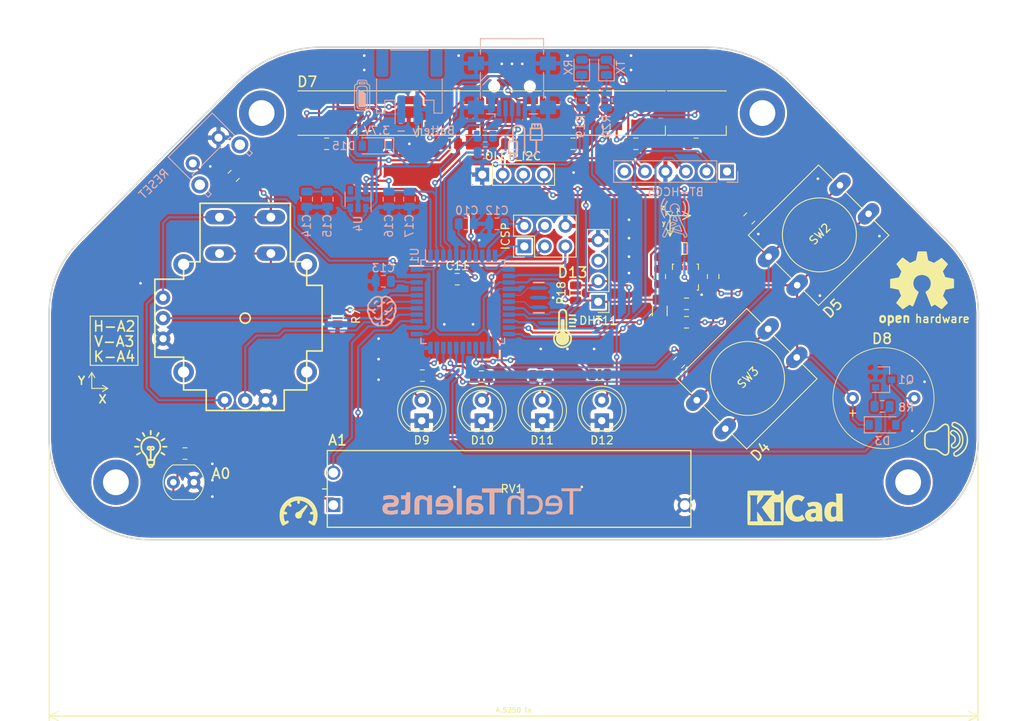
<source format=kicad_pcb>
(kicad_pcb (version 20171130) (host pcbnew "(5.1.0-0)")
  (layers (0 F.Cu signal) (31 B.Cu signal) (34 B.Paste user) (35 F.Paste user) (36 B.SilkS user) (37 F.SilkS user) (38 B.Mask user) (39 F.Mask user) (44 Edge.Cuts user))
  (net 0 "")
  (net 1 +3V3)
  (net 2 "Net-(BZ1-Pad2)")
  (net 3 GND)
  (net 4 "Net-(C10-Pad1)")
  (net 5 "Net-(C11-Pad2)")
  (net 6 "Net-(C13-Pad1)")
  (net 7 VUSB)
  (net 8 NEO)
  (net 9 "Net-(D1-Pad2)")
  (net 10 "Net-(D2-Pad2)")
  (net 11 "Net-(D4-Pad2)")
  (net 12 "Net-(D5-Pad2)")
  (net 13 "Net-(D6-Pad2)")
  (net 14 "Net-(D12-Pad4)")
  (net 15 "Net-(D8-Pad2)")
  (net 16 "Net-(D9-Pad2)")
  (net 17 "Net-(D10-Pad2)")
  (net 18 "Net-(D11-Pad2)")
  (net 19 "Net-(D12-Pad2)")
  (net 20 "Net-(D13-Pad1)")
  (net 21 "Net-(D14-Pad1)")
  (net 22 "Net-(J1-Pad2)")
  (net 23 "Net-(J1-Pad3)")
  (net 24 "Net-(J1-Pad4)")
  (net 25 SCL)
  (net 26 MISO)
  (net 27 SCK)
  (net 28 MOSI)
  (net 29 RST)
  (net 30 "Net-(Q1-Pad1)")
  (net 31 D+)
  (net 32 D-)
  (net 33 "Net-(R5-Pad2)")
  (net 34 "Net-(R6-Pad2)")
  (net 35 JOY-BTN)
  (net 36 BUZZ)
  (net 37 LDR)
  (net 38 BTN2)
  (net 39 BTN1)
  (net 40 LED_R)
  (net 41 LED_B)
  (net 42 LED_Y)
  (net 43 LED_G)
  (net 44 DHT)
  (net 45 "Net-(R19-Pad2)")
  (net 46 "Net-(R20-Pad2)")
  (net 47 POT)
  (net 48 JOY-V)
  (net 49 JOY-H)
  (net 50 "Net-(U1-Pad27)")
  (net 51 "Net-(U1-Pad41)")
  (net 52 "Net-(U2-Pad9)")
  (net 53 INT1)
  (net 54 "Net-(U2-Pad13)")
  (net 55 "Net-(U2-Pad15)")
  (net 56 "Net-(U2-Pad16)")
  (net 57 "Net-(U4-Pad4)")
  (net 58 "Net-(D15-Pad2)")
  (net 59 STATE)
  (net 60 BT_RX)
  (net 61 BT_TX)
  (net 62 KEY)
  (net 63 SDA)
  (net 64 "Net-(U1-Pad16)")
  (net 65 "Net-(U1-Pad17)")
  (module logos:logaso (layer B.Cu) (at 156.0195 112.2045 180)
    (fp_text reference G*** hide)
    (fp_text value LOGO hide)
  )
  (module MountingHole:MountingHole_3.2mm_M3_DIN965_Pad (layer F.Cu) (at 125.222 63.5)
    (fp_text reference REF** hide)
    (fp_text value MountingHole_3.2mm_M3_DIN965_Pad)
    (pad 1 thru_hole circle (at 0 0) (size 5.6 5.6) (drill 3.2) (layers *.Cu *.Mask))
  )
  (module MountingHole:MountingHole_3.2mm_M3_DIN965_Pad (layer F.Cu) (at 107.188 109.22)
    (fp_text reference REF** hide)
    (fp_text value MountingHole_3.2mm_M3_DIN965_Pad)
    (pad 1 thru_hole circle (at 0 0) (size 5.6 5.6) (drill 3.2) (layers *.Cu *.Mask))
  )
  (module MountingHole:MountingHole_3.2mm_M3_DIN965_Pad (layer F.Cu) (at 205.232 109.22)
    (fp_text reference REF** hide)
    (fp_text value MountingHole_3.2mm_M3_DIN965_Pad)
    (pad 1 thru_hole circle (at 0 0) (size 5.6 5.6) (drill 3.2) (layers *.Cu *.Mask))
  )
  (module MountingHole:MountingHole_3.2mm_M3_DIN965_Pad (layer F.Cu) (at 187.198 63.5)
    (fp_text reference REF** hide)
    (fp_text value MountingHole_3.2mm_M3_DIN965_Pad)
    (pad 1 thru_hole circle (at 0 0) (size 5.6 5.6) (drill 3.2) (layers *.Cu *.Mask))
  )
  (module Resistor_SMD:R_0805_2012Metric (layer F.Cu) (at 121.765087 71.274913 45)
    (fp_text reference R17 hide)
    (fp_text value 10k)
    (pad 2 smd roundrect (at 0.937501 0 45) (size 0.975 1.4) (layers F.Cu F.Paste F.Mask) (net 1 +3V3))
    (pad 1 smd roundrect (at -0.937501 0 45) (size 0.975 1.4) (layers F.Cu F.Paste F.Mask) (net 29 RST))
  )
  (module eduardu:BUZZER-PB1240 (layer F.Cu) (at 202.184 98.806)
    (fp_text reference BZ1 hide)
    (fp_text value Buzzer)
    (pad 1 thru_hole circle (at -3.81 0) (size 1.524 1.524) (drill 0.762) (layers *.Cu *.Mask) (net 1 +3V3))
    (pad 2 thru_hole circle (at 3.81 0) (size 1.524 1.524) (drill 0.762) (layers *.Cu *.Mask) (net 2 "Net-(BZ1-Pad2)"))
  )
  (module Button_Switch_THT:SW_Tactile_SPST_Angled_PTS645Vx39-2LFS (layer B.Cu) (at 119.888 66.548 225)
    (fp_text reference RESET (at 9.698677 1.616446 225) (layer B.SilkS) (effects (justify mirror)))
    (fp_text value SW_Push)
    (pad "" thru_hole circle (at -1.25 -2.489999 225) (size 2.1 2.1) (drill 1.3) (layers *.Cu *.Mask))
    (pad 1 thru_hole circle (at 0 0 225) (size 1.75 1.75) (drill 0.99) (layers *.Cu *.Mask) (net 3 GND))
    (pad 2 thru_hole circle (at 4.500001 0 225) (size 1.75 1.75) (drill 0.99) (layers *.Cu *.Mask) (net 29 RST))
    (pad "" thru_hole circle (at 5.76 -2.49 225) (size 2.1 2.1) (drill 1.3) (layers *.Cu *.Mask))
  )
  (module Capacitor_SMD:C_0805_2012Metric (layer F.Cu) (at 174.498 83.7415 90)
    (fp_text reference C1 hide)
    (fp_text value 100n)
    (pad 1 smd roundrect (at -0.9375 0 90) (size 0.975 1.4) (layers F.Cu F.Paste F.Mask) (net 1 +3V3))
    (pad 2 smd roundrect (at 0.9375 0 90) (size 0.975 1.4) (layers F.Cu F.Paste F.Mask) (net 3 GND))
  )
  (module Capacitor_SMD:C_1206_3216Metric (layer F.Cu) (at 174.498 88.008001 270)
    (fp_text reference C2 hide)
    (fp_text value 10uF)
    (pad 1 smd roundrect (at -1.4 0 270) (size 1.25 1.75) (layers F.Cu F.Paste F.Mask) (roundrect_rratio 0.2) (net 1 +3V3))
    (pad 2 smd roundrect (at 1.4 0 270) (size 1.25 1.75) (layers F.Cu F.Paste F.Mask) (roundrect_rratio 0.2) (net 3 GND))
  )
  (module Capacitor_SMD:C_0805_2012Metric (layer F.Cu) (at 133.271501 67.31 180)
    (fp_text reference C3 hide)
    (fp_text value 100n)
    (pad 2 smd roundrect (at 0.9375 0 180) (size 0.975 1.4) (layers F.Cu F.Paste F.Mask) (net 1 +3V3))
    (pad 1 smd roundrect (at -0.9375 0 180) (size 0.975 1.4) (layers F.Cu F.Paste F.Mask) (net 3 GND))
  )
  (module Capacitor_SMD:C_0805_2012Metric (layer F.Cu) (at 140.891501 67.31 180)
    (fp_text reference C4 hide)
    (fp_text value 100n)
    (pad 1 smd roundrect (at -0.9375 0 180) (size 0.975 1.4) (layers F.Cu F.Paste F.Mask) (net 3 GND))
    (pad 2 smd roundrect (at 0.9375 0 180) (size 0.975 1.4) (layers F.Cu F.Paste F.Mask) (net 1 +3V3))
  )
  (module Capacitor_SMD:C_0805_2012Metric (layer F.Cu) (at 148.59 67.31 180)
    (fp_text reference C5 hide)
    (fp_text value 100n)
    (pad 2 smd roundrect (at 0.9375 0 180) (size 0.975 1.4) (layers F.Cu F.Paste F.Mask) (net 1 +3V3))
    (pad 1 smd roundrect (at -0.9375 0 180) (size 0.975 1.4) (layers F.Cu F.Paste F.Mask) (net 3 GND))
  )
  (module Capacitor_SMD:C_0805_2012Metric (layer F.Cu) (at 156.2885 67.31 180)
    (fp_text reference C6 hide)
    (fp_text value 100n)
    (pad 1 smd roundrect (at -0.9375 0 180) (size 0.975 1.4) (layers F.Cu F.Paste F.Mask) (net 3 GND))
    (pad 2 smd roundrect (at 0.9375 0 180) (size 0.975 1.4) (layers F.Cu F.Paste F.Mask) (net 1 +3V3))
  )
  (module Capacitor_SMD:C_0805_2012Metric (layer F.Cu) (at 163.751501 67.31 180)
    (fp_text reference C7 hide)
    (fp_text value 100n)
    (pad 2 smd roundrect (at 0.9375 0 180) (size 0.975 1.4) (layers F.Cu F.Paste F.Mask) (net 1 +3V3))
    (pad 1 smd roundrect (at -0.9375 0 180) (size 0.975 1.4) (layers F.Cu F.Paste F.Mask) (net 3 GND))
  )
  (module Capacitor_SMD:C_0805_2012Metric (layer F.Cu) (at 171.5285 67.31 180)
    (fp_text reference C8 hide)
    (fp_text value 100n)
    (pad 1 smd roundrect (at -0.9375 0 180) (size 0.975 1.4) (layers F.Cu F.Paste F.Mask) (net 3 GND))
    (pad 2 smd roundrect (at 0.9375 0 180) (size 0.975 1.4) (layers F.Cu F.Paste F.Mask) (net 1 +3V3))
  )
  (module Capacitor_SMD:C_0805_2012Metric (layer F.Cu) (at 178.991501 67.31 180)
    (fp_text reference C9 hide)
    (fp_text value 100n)
    (pad 1 smd roundrect (at -0.9375 0 180) (size 0.975 1.4) (layers F.Cu F.Paste F.Mask) (net 3 GND))
    (pad 2 smd roundrect (at 0.9375 0 180) (size 0.975 1.4) (layers F.Cu F.Paste F.Mask) (net 1 +3V3))
  )
  (module Capacitor_SMD:C_0805_2012Metric (layer B.Cu) (at 150.5435 77.216)
    (fp_text reference C10 (at 0.0785 -1.651) (layer B.SilkS) (effects (justify mirror)))
    (fp_text value 1uF)
    (pad 1 smd roundrect (at -0.9375 0) (size 0.975 1.4) (layers B.Cu B.Paste B.Mask) (net 4 "Net-(C10-Pad1)"))
    (pad 2 smd roundrect (at 0.9375 0) (size 0.975 1.4) (layers B.Cu B.Paste B.Mask) (net 3 GND))
  )
  (module Capacitor_SMD:C_0805_2012Metric (layer F.Cu) (at 149.4305 84.074)
    (fp_text reference C11 (at 0 -1.65) (layer F.SilkS))
    (fp_text value 1uF)
    (pad 2 smd roundrect (at 0.9375 0) (size 0.975 1.4) (layers F.Cu F.Paste F.Mask) (net 5 "Net-(C11-Pad2)"))
    (pad 1 smd roundrect (at -0.9375 0) (size 0.975 1.4) (layers F.Cu F.Paste F.Mask) (net 3 GND))
  )
  (module Capacitor_SMD:C_0805_2012Metric (layer B.Cu) (at 154.3535 77.216 180)
    (fp_text reference C12 (at 0 1.65 180) (layer B.SilkS) (effects (justify mirror)))
    (fp_text value 1uF)
    (pad 2 smd roundrect (at 0.9375 0 180) (size 0.975 1.4) (layers B.Cu B.Paste B.Mask) (net 3 GND))
    (pad 1 smd roundrect (at -0.9375 0 180) (size 0.975 1.4) (layers B.Cu B.Paste B.Mask) (net 1 +3V3))
  )
  (module Capacitor_SMD:C_0805_2012Metric (layer B.Cu) (at 140.2865 84.328 180)
    (fp_text reference C13 (at 0 1.65 180) (layer B.SilkS) (effects (justify mirror)))
    (fp_text value 100nF)
    (pad 2 smd roundrect (at 0.9375 0 180) (size 0.975 1.4) (layers B.Cu B.Paste B.Mask) (net 3 GND))
    (pad 1 smd roundrect (at -0.9375 0 180) (size 0.975 1.4) (layers B.Cu B.Paste B.Mask) (net 6 "Net-(C13-Pad1)"))
  )
  (module Capacitor_SMD:C_0805_2012Metric (layer B.Cu) (at 130.809999 74.168 270)
    (fp_text reference C14 (at 3.302 -0.000001 270) (layer B.SilkS) (effects (justify mirror)))
    (fp_text value 10uF)
    (pad 2 smd roundrect (at 0.9375 0 270) (size 0.975 1.4) (layers B.Cu B.Paste B.Mask) (net 3 GND))
    (pad 1 smd roundrect (at -0.9375 0 270) (size 0.975 1.4) (layers B.Cu B.Paste B.Mask) (net 7 VUSB))
  )
  (module Capacitor_SMD:C_0805_2012Metric (layer B.Cu) (at 133.35 74.168 270)
    (fp_text reference C15 (at 3.302 0 270) (layer B.SilkS) (effects (justify mirror)))
    (fp_text value 1uF)
    (pad 1 smd roundrect (at -0.9375 0 270) (size 0.975 1.4) (layers B.Cu B.Paste B.Mask) (net 7 VUSB))
    (pad 2 smd roundrect (at 0.9375 0 270) (size 0.975 1.4) (layers B.Cu B.Paste B.Mask) (net 3 GND))
  )
  (module Capacitor_SMD:C_0805_2012Metric (layer B.Cu) (at 140.97 74.168 270)
    (fp_text reference C16 (at 3.302 0 270) (layer B.SilkS) (effects (justify mirror)))
    (fp_text value 1uF)
    (pad 1 smd roundrect (at -0.9375 0 270) (size 0.975 1.4) (layers B.Cu B.Paste B.Mask) (net 1 +3V3))
    (pad 2 smd roundrect (at 0.9375 0 270) (size 0.975 1.4) (layers B.Cu B.Paste B.Mask) (net 3 GND))
  )
  (module Capacitor_SMD:C_0805_2012Metric (layer B.Cu) (at 143.51 74.168 270)
    (fp_text reference C17 (at 3.302 0 270) (layer B.SilkS) (effects (justify mirror)))
    (fp_text value 1uF)
    (pad 2 smd roundrect (at 0.9375 0 270) (size 0.975 1.4) (layers B.Cu B.Paste B.Mask) (net 3 GND))
    (pad 1 smd roundrect (at -0.9375 0 270) (size 0.975 1.4) (layers B.Cu B.Paste B.Mask) (net 1 +3V3))
  )
  (module LED_SMD:LED_WS2812B_PLCC4_5.0x5.0mm_P3.2mm (layer F.Cu) (at 133.35 63.5)
    (fp_text reference D1 hide)
    (fp_text value WS2812B)
    (pad 3 smd rect (at 2.45 1.6) (size 1.5 1) (layers F.Cu F.Paste F.Mask) (net 3 GND))
    (pad 4 smd rect (at 2.45 -1.6) (size 1.5 1) (layers F.Cu F.Paste F.Mask) (net 8 NEO))
    (pad 2 smd rect (at -2.45 1.6) (size 1.5 1) (layers F.Cu F.Paste F.Mask) (net 9 "Net-(D1-Pad2)"))
    (pad 1 smd rect (at -2.45 -1.6) (size 1.5 1) (layers F.Cu F.Paste F.Mask) (net 1 +3V3))
  )
  (module LED_SMD:LED_WS2812B_PLCC4_5.0x5.0mm_P3.2mm (layer F.Cu) (at 140.97 63.5)
    (fp_text reference D2 hide)
    (fp_text value WS2812B)
    (pad 1 smd rect (at -2.45 -1.6) (size 1.5 1) (layers F.Cu F.Paste F.Mask) (net 1 +3V3))
    (pad 2 smd rect (at -2.45 1.6) (size 1.5 1) (layers F.Cu F.Paste F.Mask) (net 10 "Net-(D2-Pad2)"))
    (pad 4 smd rect (at 2.45 -1.6) (size 1.5 1) (layers F.Cu F.Paste F.Mask) (net 9 "Net-(D1-Pad2)"))
    (pad 3 smd rect (at 2.45 1.6) (size 1.5 1) (layers F.Cu F.Paste F.Mask) (net 3 GND))
  )
  (module Diode_SMD:D_SOD-123 (layer B.Cu) (at 202.058 102.108)
    (fp_text reference D3 (at 0 2) (layer B.SilkS) (effects (justify mirror)))
    (fp_text value 1N4148)
    (pad 1 smd rect (at -1.65 0) (size 0.9 1.2) (layers B.Cu B.Paste B.Mask) (net 1 +3V3))
    (pad 2 smd rect (at 1.65 0) (size 0.9 1.2) (layers B.Cu B.Paste B.Mask) (net 2 "Net-(BZ1-Pad2)"))
  )
  (module LED_SMD:LED_WS2812B_PLCC4_5.0x5.0mm_P3.2mm (layer F.Cu) (at 148.59 63.5)
    (fp_text reference D4 hide)
    (fp_text value WS2812B)
    (pad 1 smd rect (at -2.45 -1.6) (size 1.5 1) (layers F.Cu F.Paste F.Mask) (net 1 +3V3))
    (pad 2 smd rect (at -2.45 1.6) (size 1.5 1) (layers F.Cu F.Paste F.Mask) (net 11 "Net-(D4-Pad2)"))
    (pad 4 smd rect (at 2.45 -1.6) (size 1.5 1) (layers F.Cu F.Paste F.Mask) (net 10 "Net-(D2-Pad2)"))
    (pad 3 smd rect (at 2.45 1.6) (size 1.5 1) (layers F.Cu F.Paste F.Mask) (net 3 GND))
  )
  (module LED_SMD:LED_WS2812B_PLCC4_5.0x5.0mm_P3.2mm (layer F.Cu) (at 156.21 63.5)
    (fp_text reference D5 hide)
    (fp_text value WS2812B)
    (pad 3 smd rect (at 2.45 1.6) (size 1.5 1) (layers F.Cu F.Paste F.Mask) (net 3 GND))
    (pad 4 smd rect (at 2.45 -1.6) (size 1.5 1) (layers F.Cu F.Paste F.Mask) (net 11 "Net-(D4-Pad2)"))
    (pad 2 smd rect (at -2.45 1.6) (size 1.5 1) (layers F.Cu F.Paste F.Mask) (net 12 "Net-(D5-Pad2)"))
    (pad 1 smd rect (at -2.45 -1.6) (size 1.5 1) (layers F.Cu F.Paste F.Mask) (net 1 +3V3))
  )
  (module LED_SMD:LED_WS2812B_PLCC4_5.0x5.0mm_P3.2mm (layer F.Cu) (at 163.83 63.5)
    (fp_text reference D6 hide)
    (fp_text value WS2812B)
    (pad 1 smd rect (at -2.45 -1.6) (size 1.5 1) (layers F.Cu F.Paste F.Mask) (net 1 +3V3))
    (pad 2 smd rect (at -2.45 1.6) (size 1.5 1) (layers F.Cu F.Paste F.Mask) (net 13 "Net-(D6-Pad2)"))
    (pad 4 smd rect (at 2.45 -1.6) (size 1.5 1) (layers F.Cu F.Paste F.Mask) (net 12 "Net-(D5-Pad2)"))
    (pad 3 smd rect (at 2.45 1.6) (size 1.5 1) (layers F.Cu F.Paste F.Mask) (net 3 GND))
  )
  (module LED_SMD:LED_WS2812B_PLCC4_5.0x5.0mm_P3.2mm (layer F.Cu) (at 171.54 63.5)
    (fp_text reference D7 hide)
    (fp_text value WS2812B)
    (pad 3 smd rect (at 2.45 1.6) (size 1.5 1) (layers F.Cu F.Paste F.Mask) (net 3 GND))
    (pad 4 smd rect (at 2.45 -1.6) (size 1.5 1) (layers F.Cu F.Paste F.Mask) (net 13 "Net-(D6-Pad2)"))
    (pad 2 smd rect (at -2.45 1.6) (size 1.5 1) (layers F.Cu F.Paste F.Mask) (net 14 "Net-(D12-Pad4)"))
    (pad 1 smd rect (at -2.45 -1.6) (size 1.5 1) (layers F.Cu F.Paste F.Mask) (net 1 +3V3))
  )
  (module LED_THT:LED_D5.0mm (layer F.Cu) (at 167.3225 101.6 90)
    (fp_text reference D12 (at -2.413 0.021168 180) (layer F.SilkS))
    (fp_text value LED_R)
    (pad 1 thru_hole rect (at 0 0 90) (size 1.8 1.8) (drill 0.9) (layers *.Cu *.Mask) (net 3 GND))
    (pad 2 thru_hole circle (at 2.54 0 90) (size 1.8 1.8) (drill 0.9) (layers *.Cu *.Mask) (net 15 "Net-(D8-Pad2)"))
  )
  (module LED_THT:LED_D5.0mm (layer F.Cu) (at 159.9565 101.6 90)
    (fp_text reference D11 (at -2.413 -0.021166 180) (layer F.SilkS))
    (fp_text value LED_B)
    (pad 1 thru_hole rect (at 0 0 90) (size 1.8 1.8) (drill 0.9) (layers *.Cu *.Mask) (net 3 GND))
    (pad 2 thru_hole circle (at 2.54 0 90) (size 1.8 1.8) (drill 0.9) (layers *.Cu *.Mask) (net 16 "Net-(D9-Pad2)"))
  )
  (module LED_THT:LED_D5.0mm (layer F.Cu) (at 145.034 101.6 90)
    (fp_text reference D9 (at -2.413 0 180) (layer F.SilkS))
    (fp_text value LED_Y)
    (pad 2 thru_hole circle (at 2.54 0 90) (size 1.8 1.8) (drill 0.9) (layers *.Cu *.Mask) (net 17 "Net-(D10-Pad2)"))
    (pad 1 thru_hole rect (at 0 0 90) (size 1.8 1.8) (drill 0.9) (layers *.Cu *.Mask) (net 3 GND))
  )
  (module LED_THT:LED_D5.0mm (layer F.Cu) (at 152.484666 101.6 90)
    (fp_text reference D10 (at -2.413 0.0635 180) (layer F.SilkS))
    (fp_text value LED_G)
    (pad 2 thru_hole circle (at 2.54 0 90) (size 1.8 1.8) (drill 0.9) (layers *.Cu *.Mask) (net 18 "Net-(D11-Pad2)"))
    (pad 1 thru_hole rect (at 0 0 90) (size 1.8 1.8) (drill 0.9) (layers *.Cu *.Mask) (net 3 GND))
  )
  (module LED_SMD:LED_WS2812B_PLCC4_5.0x5.0mm_P3.2mm (layer F.Cu) (at 179.07 63.5)
    (fp_text reference D12 hide)
    (fp_text value WS2812B)
    (pad 3 smd rect (at 2.45 1.6) (size 1.5 1) (layers F.Cu F.Paste F.Mask) (net 3 GND))
    (pad 4 smd rect (at 2.45 -1.6) (size 1.5 1) (layers F.Cu F.Paste F.Mask) (net 14 "Net-(D12-Pad4)"))
    (pad 2 smd rect (at -2.45 1.6) (size 1.5 1) (layers F.Cu F.Paste F.Mask) (net 19 "Net-(D12-Pad2)"))
    (pad 1 smd rect (at -2.45 -1.6) (size 1.5 1) (layers F.Cu F.Paste F.Mask) (net 1 +3V3))
  )
  (module LED_SMD:LED_0805_2012Metric (layer B.Cu) (at 164.846 57.8335 90)
    (fp_text reference RX (at 0 -1.651 90) (layer B.SilkS) (effects (justify mirror)))
    (fp_text value RED)
    (pad 2 smd roundrect (at 0.9375 0 90) (size 0.975 1.4) (layers B.Cu B.Paste B.Mask) (net 1 +3V3))
    (pad 1 smd roundrect (at -0.9375 0 90) (size 0.975 1.4) (layers B.Cu B.Paste B.Mask) (net 20 "Net-(D13-Pad1)"))
  )
  (module LED_SMD:LED_0805_2012Metric (layer B.Cu) (at 167.894 57.8335 90)
    (fp_text reference TX (at 0 1.778 90) (layer B.SilkS) (effects (justify mirror)))
    (fp_text value GREEN)
    (pad 1 smd roundrect (at -0.9375 0 90) (size 0.975 1.4) (layers B.Cu B.Paste B.Mask) (net 21 "Net-(D14-Pad1)"))
    (pad 2 smd roundrect (at 0.9375 0 90) (size 0.975 1.4) (layers B.Cu B.Paste B.Mask) (net 1 +3V3))
  )
  (module Connector_USB:USB_Mini-B_Lumberg_2486_01_Horizontal (layer B.Cu) (at 156.21 60.198)
    (fp_text reference J1 hide)
    (fp_text value USB_B_Mini)
    (pad 1 smd rect (at -1.6 2.7) (size 0.5 2) (layers B.Cu B.Paste B.Mask) (net 7 VUSB))
    (pad 2 smd rect (at -0.8 2.7) (size 0.5 2) (layers B.Cu B.Paste B.Mask) (net 22 "Net-(J1-Pad2)"))
    (pad 3 smd rect (at 0 2.7) (size 0.5 2) (layers B.Cu B.Paste B.Mask) (net 23 "Net-(J1-Pad3)"))
    (pad 4 smd rect (at 0.8 2.7) (size 0.5 2) (layers B.Cu B.Paste B.Mask) (net 24 "Net-(J1-Pad4)"))
    (pad 5 smd rect (at 1.6 2.7) (size 0.5 2) (layers B.Cu B.Paste B.Mask) (net 3 GND))
    (pad 6 smd rect (at -4.45 2.6) (size 2 1.7) (layers B.Cu B.Paste B.Mask) (net 3 GND))
    (pad 6 smd rect (at -4.45 -2.85) (size 2 1.7) (layers B.Cu B.Paste B.Mask) (net 3 GND))
    (pad 6 smd rect (at 4.45 2.6) (size 2 1.7) (layers B.Cu B.Paste B.Mask) (net 3 GND))
    (pad 6 smd rect (at 4.45 -2.85) (size 2 1.7) (layers B.Cu B.Paste B.Mask) (net 3 GND))
    (pad "" np_thru_hole circle (at -2.2 0) (size 1 1) (drill 1) (layers *.Cu *.Mask))
    (pad "" np_thru_hole circle (at 2.2 0) (size 1 1) (drill 1) (layers *.Cu *.Mask))
  )
  (module Connector_PinHeader_2.54mm:PinHeader_1x04_P2.54mm_Vertical (layer F.Cu) (at 152.527 71.12 90)
    (fp_text reference OLED_I2C (at 2.286 3.81 180) (layer F.SilkS))
    (fp_text value I2C_OLED)
    (pad 1 thru_hole rect (at 0 0 90) (size 1.7 1.7) (drill 1) (layers *.Cu *.Mask) (net 3 GND))
    (pad 2 thru_hole oval (at 0 2.54 90) (size 1.7 1.7) (drill 1) (layers *.Cu *.Mask) (net 1 +3V3))
    (pad 3 thru_hole oval (at 0 5.08 90) (size 1.7 1.7) (drill 1) (layers *.Cu *.Mask) (net 25 SCL))
    (pad 4 thru_hole oval (at 0 7.62 90) (size 1.7 1.7) (drill 1) (layers *.Cu *.Mask) (net 63 SDA))
  )
  (module Connector_PinHeader_2.54mm:PinHeader_2x03_P2.54mm_Vertical (layer F.Cu) (at 157.734 80.01 90)
    (fp_text reference ICSP (at 1.27 -2.33 90) (layer F.SilkS))
    (fp_text value ICSP)
    (pad 1 thru_hole rect (at 0 0 90) (size 1.7 1.7) (drill 1) (layers *.Cu *.Mask) (net 26 MISO))
    (pad 2 thru_hole oval (at 2.54 0 90) (size 1.7 1.7) (drill 1) (layers *.Cu *.Mask) (net 1 +3V3))
    (pad 3 thru_hole oval (at 0 2.54 90) (size 1.7 1.7) (drill 1) (layers *.Cu *.Mask) (net 27 SCK))
    (pad 4 thru_hole oval (at 2.54 2.54 90) (size 1.7 1.7) (drill 1) (layers *.Cu *.Mask) (net 28 MOSI))
    (pad 5 thru_hole oval (at 0 5.08 90) (size 1.7 1.7) (drill 1) (layers *.Cu *.Mask) (net 29 RST))
    (pad 6 thru_hole oval (at 2.54 5.08 90) (size 1.7 1.7) (drill 1) (layers *.Cu *.Mask) (net 3 GND))
  )
  (module Package_TO_SOT_SMD:SOT-23 (layer B.Cu) (at 202.184 96.52)
    (fp_text reference Q1 (at 2.794 0) (layer B.SilkS) (effects (justify mirror)))
    (fp_text value MMBT2222)
    (pad 1 smd rect (at -1 0.95) (size 0.9 0.8) (layers B.Cu B.Paste B.Mask) (net 30 "Net-(Q1-Pad1)"))
    (pad 2 smd rect (at -1 -0.95) (size 0.9 0.8) (layers B.Cu B.Paste B.Mask) (net 3 GND))
    (pad 3 smd rect (at 1 0) (size 0.9 0.8) (layers B.Cu B.Paste B.Mask) (net 2 "Net-(BZ1-Pad2)"))
  )
  (module Resistor_SMD:R_0805_2012Metric (layer B.Cu) (at 152.897585 68.399351)
    (fp_text reference R1 hide)
    (fp_text value 22R)
    (pad 1 smd roundrect (at -0.9375 0) (size 0.975 1.4) (layers B.Cu B.Paste B.Mask) (net 31 D+))
    (pad 2 smd roundrect (at 0.9375 0) (size 0.975 1.4) (layers B.Cu B.Paste B.Mask) (net 23 "Net-(J1-Pad3)"))
  )
  (module Resistor_SMD:R_0805_2012Metric (layer B.Cu) (at 152.897585 66.367351)
    (fp_text reference R2 hide)
    (fp_text value 22R)
    (pad 2 smd roundrect (at 0.9375 0) (size 0.975 1.4) (layers B.Cu B.Paste B.Mask) (net 22 "Net-(J1-Pad2)"))
    (pad 1 smd roundrect (at -0.9375 0) (size 0.975 1.4) (layers B.Cu B.Paste B.Mask) (net 32 D-))
  )
  (module Resistor_SMD:R_0805_2012Metric (layer F.Cu) (at 177.8 87.122 180)
    (fp_text reference R3 hide)
    (fp_text value 4k7)
    (pad 2 smd roundrect (at 0.9375 0 180) (size 0.975 1.4) (layers F.Cu F.Paste F.Mask) (net 1 +3V3))
    (pad 1 smd roundrect (at -0.9375 0 180) (size 0.975 1.4) (layers F.Cu F.Paste F.Mask) (net 25 SCL))
  )
  (module Resistor_SMD:R_0805_2012Metric (layer F.Cu) (at 177.8 89.408 180)
    (fp_text reference R4 hide)
    (fp_text value 4k7)
    (pad 1 smd roundrect (at -0.9375 0 180) (size 0.975 1.4) (layers F.Cu F.Paste F.Mask) (net 63 SDA))
    (pad 2 smd roundrect (at 0.9375 0 180) (size 0.975 1.4) (layers F.Cu F.Paste F.Mask) (net 1 +3V3))
  )
  (module Resistor_SMD:R_0805_2012Metric (layer F.Cu) (at 181.102 83.7415 90)
    (fp_text reference R5 hide)
    (fp_text value 10k)
    (pad 1 smd roundrect (at -0.9375 0 90) (size 0.975 1.4) (layers F.Cu F.Paste F.Mask) (net 1 +3V3))
    (pad 2 smd roundrect (at 0.9375 0 90) (size 0.975 1.4) (layers F.Cu F.Paste F.Mask) (net 33 "Net-(R5-Pad2)"))
  )
  (module Resistor_SMD:R_0805_2012Metric (layer F.Cu) (at 177.6245 80.264)
    (fp_text reference R6 hide)
    (fp_text value 10k)
    (pad 1 smd roundrect (at -0.9375 0) (size 0.975 1.4) (layers F.Cu F.Paste F.Mask) (net 1 +3V3))
    (pad 2 smd roundrect (at 0.9375 0) (size 0.975 1.4) (layers F.Cu F.Paste F.Mask) (net 34 "Net-(R6-Pad2)"))
  )
  (module Resistor_SMD:R_0805_2012Metric (layer F.Cu) (at 134.62 88.7245 90)
    (fp_text reference R7 (at 0.0785 2.286 90) (layer F.SilkS))
    (fp_text value 10K)
    (pad 1 smd roundrect (at -0.9375 0 90) (size 0.975 1.4) (layers F.Cu F.Paste F.Mask) (net 3 GND))
    (pad 2 smd roundrect (at 0.9375 0 90) (size 0.975 1.4) (layers F.Cu F.Paste F.Mask) (net 35 JOY-BTN))
  )
  (module Resistor_SMD:R_0805_2012Metric (layer B.Cu) (at 202.0085 99.822)
    (fp_text reference R8 (at 2.9695 0.127) (layer B.SilkS) (effects (justify mirror)))
    (fp_text value 100R)
    (pad 1 smd roundrect (at -0.9375 0) (size 0.975 1.4) (layers B.Cu B.Paste B.Mask) (net 30 "Net-(Q1-Pad1)"))
    (pad 2 smd roundrect (at 0.9375 0) (size 0.975 1.4) (layers B.Cu B.Paste B.Mask) (net 36 BUZZ))
  )
  (module Resistor_SMD:R_0805_2012Metric (layer F.Cu) (at 115.7455 105.664)
    (fp_text reference R9 hide)
    (fp_text value 100k)
    (pad 1 smd roundrect (at -0.9375 0) (size 0.975 1.4) (layers F.Cu F.Paste F.Mask) (net 37 LDR))
    (pad 2 smd roundrect (at 0.9375 0) (size 0.975 1.4) (layers F.Cu F.Paste F.Mask) (net 1 +3V3))
  )
  (module OptoDevice:R_LDR_4.9x4.2mm_P2.54mm_Vertical (layer F.Cu) (at 114.3 109.22)
    (fp_text reference R10 hide)
    (fp_text value R_PHOTO)
    (pad 1 thru_hole circle (at 0 0) (size 1.6 1.6) (drill 0.8) (layers *.Cu *.Mask) (net 37 LDR))
    (pad 2 thru_hole circle (at 2.54 0) (size 1.6 1.6) (drill 0.8) (layers *.Cu *.Mask) (net 3 GND))
  )
  (module Resistor_SMD:R_0805_2012Metric (layer F.Cu) (at 185.574913 76.553087 225)
    (fp_text reference R11 hide)
    (fp_text value 10K)
    (pad 1 smd roundrect (at -0.937501 0 225) (size 0.975 1.4) (layers F.Cu F.Paste F.Mask) (net 3 GND))
    (pad 2 smd roundrect (at 0.937501 0 225) (size 0.975 1.4) (layers F.Cu F.Paste F.Mask) (net 38 BTN2))
  )
  (module Resistor_SMD:R_0805_2012Metric (layer F.Cu) (at 176.883087 94.388913 45)
    (fp_text reference R12 hide)
    (fp_text value 10K)
    (pad 2 smd roundrect (at 0.937501 0 45) (size 0.975 1.4) (layers F.Cu F.Paste F.Mask) (net 39 BTN1))
    (pad 1 smd roundrect (at -0.937501 0 45) (size 0.975 1.4) (layers F.Cu F.Paste F.Mask) (net 3 GND))
  )
  (module Resistor_SMD:R_0805_2012Metric (layer F.Cu) (at 167.053501 95.885 180)
    (fp_text reference R13 hide)
    (fp_text value 220R)
    (pad 2 smd roundrect (at 0.9375 0 180) (size 0.975 1.4) (layers F.Cu F.Paste F.Mask) (net 40 LED_R))
    (pad 1 smd roundrect (at -0.9375 0 180) (size 0.975 1.4) (layers F.Cu F.Paste F.Mask) (net 15 "Net-(D8-Pad2)"))
  )
  (module Resistor_SMD:R_0805_2012Metric (layer F.Cu) (at 159.739834 96.012 180)
    (fp_text reference R14 hide)
    (fp_text value 220R)
    (pad 2 smd roundrect (at 0.9375 0 180) (size 0.975 1.4) (layers F.Cu F.Paste F.Mask) (net 41 LED_B))
    (pad 1 smd roundrect (at -0.9375 0 180) (size 0.975 1.4) (layers F.Cu F.Paste F.Mask) (net 16 "Net-(D9-Pad2)"))
  )
  (module Resistor_SMD:R_0805_2012Metric (layer F.Cu) (at 145.1125 96.012)
    (fp_text reference R15 hide)
    (fp_text value 220R)
    (pad 1 smd roundrect (at -0.9375 0) (size 0.975 1.4) (layers F.Cu F.Paste F.Mask) (net 17 "Net-(D10-Pad2)"))
    (pad 2 smd roundrect (at 0.9375 0) (size 0.975 1.4) (layers F.Cu F.Paste F.Mask) (net 42 LED_Y))
  )
  (module Resistor_SMD:R_0805_2012Metric (layer F.Cu) (at 152.426167 96.139 180)
    (fp_text reference R16 hide)
    (fp_text value 220R)
    (pad 2 smd roundrect (at 0.9375 0 180) (size 0.975 1.4) (layers F.Cu F.Paste F.Mask) (net 43 LED_G))
    (pad 1 smd roundrect (at -0.9375 0 180) (size 0.975 1.4) (layers F.Cu F.Paste F.Mask) (net 18 "Net-(D11-Pad2)"))
  )
  (module Resistor_SMD:R_0805_2012Metric (layer F.Cu) (at 164.084 85.773501 270)
    (fp_text reference R18 (at 0 1.778 270) (layer F.SilkS))
    (fp_text value 4k7)
    (pad 2 smd roundrect (at 0.9375 0 270) (size 0.975 1.4) (layers F.Cu F.Paste F.Mask) (net 1 +3V3))
    (pad 1 smd roundrect (at -0.9375 0 270) (size 0.975 1.4) (layers F.Cu F.Paste F.Mask) (net 44 DHT))
  )
  (module Resistor_SMD:R_0805_2012Metric (layer B.Cu) (at 164.846 61.897501 270)
    (fp_text reference R19 (at 3.253499 0.127 270) (layer B.SilkS) (effects (justify mirror)))
    (fp_text value 330)
    (pad 1 smd roundrect (at -0.9375 0 270) (size 0.975 1.4) (layers B.Cu B.Paste B.Mask) (net 20 "Net-(D13-Pad1)"))
    (pad 2 smd roundrect (at 0.9375 0 270) (size 0.975 1.4) (layers B.Cu B.Paste B.Mask) (net 45 "Net-(R19-Pad2)"))
  )
  (module Resistor_SMD:R_0805_2012Metric (layer B.Cu) (at 167.894 61.897501 270)
    (fp_text reference R20 (at 3.253499 0 270) (layer B.SilkS) (effects (justify mirror)))
    (fp_text value 330)
    (pad 2 smd roundrect (at 0.9375 0 270) (size 0.975 1.4) (layers B.Cu B.Paste B.Mask) (net 46 "Net-(R20-Pad2)"))
    (pad 1 smd roundrect (at -0.9375 0 270) (size 0.975 1.4) (layers B.Cu B.Paste B.Mask) (net 21 "Net-(D14-Pad1)"))
  )
  (module Potentiometer_THT:Potentiometer_Techtalents (layer F.Cu) (at 133.35 110.0455)
    (fp_text reference RV1 (at 22.86 0) (layer F.SilkS))
    (fp_text value 10k)
    (pad 1 thru_hole rect (at 0.75 2) (size 1.75 1.75) (drill 1.2) (layers *.Cu *.Mask) (net 1 +3V3))
    (pad 2 thru_hole circle (at 0.75 -2) (size 1.75 1.75) (drill 1.2) (layers *.Cu *.Mask) (net 47 POT))
    (pad 3 thru_hole circle (at 44.25 2) (size 1.75 1.75) (drill 1.2) (layers *.Cu *.Mask) (net 3 GND))
  )
  (module eduardu:JOYSTICK (layer F.Cu) (at 123.19 88.9)
    (fp_text reference S1 hide)
    (fp_text value JOYSTICK_THUMB hide)
    (pad V3 thru_hole circle (at -10.16 2.54) (size 1.778 1.778) (drill 0.889) (layers *.Cu *.Mask) (net 3 GND))
    (pad V2 thru_hole circle (at -10.16 0) (size 1.778 1.778) (drill 0.889) (layers *.Cu *.Mask) (net 48 JOY-V))
    (pad V1 thru_hole circle (at -10.16 -2.54) (size 1.778 1.778) (drill 0.889) (layers *.Cu *.Mask) (net 1 +3V3))
    (pad "" thru_hole circle (at 7.62 -6.6675) (size 2.54 2.54) (drill 1.397) (layers *.Cu *.Mask))
    (pad "" thru_hole circle (at 7.62 6.6675) (size 2.54 2.54) (drill 1.397) (layers *.Cu *.Mask))
    (pad "" thru_hole circle (at -7.62 6.6675) (size 2.54 2.54) (drill 1.397) (layers *.Cu *.Mask))
    (pad "" thru_hole circle (at -7.62 -6.6675) (size 2.54 2.54) (drill 1.397) (layers *.Cu *.Mask))
    (pad H3 thru_hole circle (at 2.54 10.16) (size 1.778 1.778) (drill 0.889) (layers *.Cu *.Mask) (net 3 GND))
    (pad H2 thru_hole circle (at 0 10.16) (size 1.778 1.778) (drill 0.889) (layers *.Cu *.Mask) (net 49 JOY-H))
    (pad H1 thru_hole circle (at -2.54 10.16) (size 1.778 1.778) (drill 0.889) (layers *.Cu *.Mask) (net 1 +3V3))
    (pad B2A thru_hole oval (at 3.175 -8.001) (size 3.556 1.778) (drill 1.1) (layers *.Cu *.Mask) (net 35 JOY-BTN))
    (pad B2A thru_hole oval (at -3.175 -8.001) (size 3.556 1.778) (drill 1.1) (layers *.Cu *.Mask) (net 35 JOY-BTN))
    (pad B1A thru_hole oval (at 3.175 -12.501) (size 3.556 1.778) (drill 1.1) (layers *.Cu *.Mask) (net 1 +3V3))
    (pad B1A thru_hole oval (at -3.175 -12.501) (size 3.556 1.778) (drill 1.1) (layers *.Cu *.Mask) (net 1 +3V3))
  )
  (module Button_Switch_THT:SW_PUSH-12mm (layer F.Cu) (at 187.96 81.28 45)
    (fp_text reference SW2 (at 6.465784 2.514472 45) (layer F.SilkS))
    (fp_text value SW_Push)
    (pad 1 thru_hole oval (at 12.5 0 45) (size 3.048 1.7272) (drill 0.8128) (layers *.Cu *.Mask) (net 38 BTN2))
    (pad 2 thru_hole oval (at 12.5 5 45) (size 3.048 1.7272) (drill 0.8128) (layers *.Cu *.Mask) (net 1 +3V3))
    (pad 1 thru_hole oval (at 0 0 45) (size 3.048 1.7272) (drill 0.8128) (layers *.Cu *.Mask) (net 38 BTN2))
    (pad 2 thru_hole oval (at 0 5 45) (size 3.048 1.7272) (drill 0.8128) (layers *.Cu *.Mask) (net 1 +3V3))
  )
  (module Button_Switch_THT:SW_PUSH-12mm (layer F.Cu) (at 179.07 99.06 45)
    (fp_text reference SW3 (at 6.465784 2.514472 45) (layer F.SilkS))
    (fp_text value SW_Push)
    (pad 2 thru_hole oval (at 0 5 45) (size 3.048 1.7272) (drill 0.8128) (layers *.Cu *.Mask) (net 1 +3V3))
    (pad 1 thru_hole oval (at 0 0 45) (size 3.048 1.7272) (drill 0.8128) (layers *.Cu *.Mask) (net 39 BTN1))
    (pad 2 thru_hole oval (at 12.5 5 45) (size 3.048 1.7272) (drill 0.8128) (layers *.Cu *.Mask) (net 1 +3V3))
    (pad 1 thru_hole oval (at 12.5 0 45) (size 3.048 1.7272) (drill 0.8128) (layers *.Cu *.Mask) (net 39 BTN1))
  )
  (module Package_QFP:TQFP-44_10x10mm_P0.8mm (layer B.Cu) (at 150.114 86.868 270)
    (fp_text reference U1 (at -5.715 5.969 270) (layer B.SilkS) (effects (justify mirror)))
    (fp_text value ATmega32U4-AU)
    (pad 1 smd rect (at -5.7 4 270) (size 1.5 0.55) (layers B.Cu B.Paste B.Mask) (net 8 NEO))
    (pad 2 smd rect (at -5.7 3.2 270) (size 1.5 0.55) (layers B.Cu B.Paste B.Mask) (net 1 +3V3))
    (pad 3 smd rect (at -5.7 2.4 270) (size 1.5 0.55) (layers B.Cu B.Paste B.Mask) (net 32 D-))
    (pad 4 smd rect (at -5.7 1.6 270) (size 1.5 0.55) (layers B.Cu B.Paste B.Mask) (net 31 D+))
    (pad 5 smd rect (at -5.7 0.8 270) (size 1.5 0.55) (layers B.Cu B.Paste B.Mask) (net 3 GND))
    (pad 6 smd rect (at -5.7 0 270) (size 1.5 0.55) (layers B.Cu B.Paste B.Mask) (net 5 "Net-(C11-Pad2)"))
    (pad 7 smd rect (at -5.7 -0.8 270) (size 1.5 0.55) (layers B.Cu B.Paste B.Mask) (net 4 "Net-(C10-Pad1)"))
    (pad 8 smd rect (at -5.7 -1.6 270) (size 1.5 0.55) (layers B.Cu B.Paste B.Mask) (net 45 "Net-(R19-Pad2)"))
    (pad 9 smd rect (at -5.7 -2.4 270) (size 1.5 0.55) (layers B.Cu B.Paste B.Mask) (net 27 SCK))
    (pad 10 smd rect (at -5.7 -3.2 270) (size 1.5 0.55) (layers B.Cu B.Paste B.Mask) (net 28 MOSI))
    (pad 11 smd rect (at -5.7 -4 270) (size 1.5 0.55) (layers B.Cu B.Paste B.Mask) (net 26 MISO))
    (pad 12 smd rect (at -4 -5.7 180) (size 1.5 0.55) (layers B.Cu B.Paste B.Mask) (net 41 LED_B))
    (pad 13 smd rect (at -3.2 -5.7 180) (size 1.5 0.55) (layers B.Cu B.Paste B.Mask) (net 29 RST))
    (pad 14 smd rect (at -2.4 -5.7 180) (size 1.5 0.55) (layers B.Cu B.Paste B.Mask) (net 1 +3V3))
    (pad 15 smd rect (at -1.6 -5.7 180) (size 1.5 0.55) (layers B.Cu B.Paste B.Mask) (net 3 GND))
    (pad 16 smd rect (at -0.8 -5.7 180) (size 1.5 0.55) (layers B.Cu B.Paste B.Mask) (net 64 "Net-(U1-Pad16)"))
    (pad 17 smd rect (at 0 -5.7 180) (size 1.5 0.55) (layers B.Cu B.Paste B.Mask) (net 65 "Net-(U1-Pad17)"))
    (pad 18 smd rect (at 0.8 -5.7 180) (size 1.5 0.55) (layers B.Cu B.Paste B.Mask) (net 25 SCL))
    (pad 19 smd rect (at 1.6 -5.7 180) (size 1.5 0.55) (layers B.Cu B.Paste B.Mask) (net 63 SDA))
    (pad 20 smd rect (at 2.4 -5.7 180) (size 1.5 0.55) (layers B.Cu B.Paste B.Mask) (net 61 BT_TX))
    (pad 21 smd rect (at 3.2 -5.7 180) (size 1.5 0.55) (layers B.Cu B.Paste B.Mask) (net 60 BT_RX))
    (pad 22 smd rect (at 4 -5.7 180) (size 1.5 0.55) (layers B.Cu B.Paste B.Mask) (net 46 "Net-(R20-Pad2)"))
    (pad 23 smd rect (at 5.7 -4 270) (size 1.5 0.55) (layers B.Cu B.Paste B.Mask) (net 3 GND))
    (pad 24 smd rect (at 5.7 -3.2 270) (size 1.5 0.55) (layers B.Cu B.Paste B.Mask) (net 1 +3V3))
    (pad 25 smd rect (at 5.7 -2.4 270) (size 1.5 0.55) (layers B.Cu B.Paste B.Mask) (net 39 BTN1))
    (pad 26 smd rect (at 5.7 -1.6 270) (size 1.5 0.55) (layers B.Cu B.Paste B.Mask) (net 40 LED_R))
    (pad 27 smd rect (at 5.7 -0.8 270) (size 1.5 0.55) (layers B.Cu B.Paste B.Mask) (net 50 "Net-(U1-Pad27)"))
    (pad 28 smd rect (at 5.7 0 270) (size 1.5 0.55) (layers B.Cu B.Paste B.Mask) (net 36 BUZZ))
    (pad 29 smd rect (at 5.7 0.8 270) (size 1.5 0.55) (layers B.Cu B.Paste B.Mask) (net 42 LED_Y))
    (pad 30 smd rect (at 5.7 1.6 270) (size 1.5 0.55) (layers B.Cu B.Paste B.Mask) (net 43 LED_G))
    (pad 31 smd rect (at 5.7 2.4 270) (size 1.5 0.55) (layers B.Cu B.Paste B.Mask) (net 38 BTN2))
    (pad 32 smd rect (at 5.7 3.2 270) (size 1.5 0.55) (layers B.Cu B.Paste B.Mask) (net 44 DHT))
    (pad 33 smd rect (at 5.7 4 270) (size 1.5 0.55) (layers B.Cu B.Paste B.Mask) (net 3 GND))
    (pad 34 smd rect (at 4 5.7 180) (size 1.5 0.55) (layers B.Cu B.Paste B.Mask) (net 1 +3V3))
    (pad 35 smd rect (at 3.2 5.7 180) (size 1.5 0.55) (layers B.Cu B.Paste B.Mask) (net 3 GND))
    (pad 36 smd rect (at 2.4 5.7 180) (size 1.5 0.55) (layers B.Cu B.Paste B.Mask) (net 37 LDR))
    (pad 37 smd rect (at 1.6 5.7 180) (size 1.5 0.55) (layers B.Cu B.Paste B.Mask) (net 47 POT))
    (pad 38 smd rect (at 0.8 5.7 180) (size 1.5 0.55) (layers B.Cu B.Paste B.Mask) (net 49 JOY-H))
    (pad 39 smd rect (at 0 5.7 180) (size 1.5 0.55) (layers B.Cu B.Paste B.Mask) (net 48 JOY-V))
    (pad 40 smd rect (at -0.8 5.7 180) (size 1.5 0.55) (layers B.Cu B.Paste B.Mask) (net 35 JOY-BTN))
    (pad 41 smd rect (at -1.6 5.7 180) (size 1.5 0.55) (layers B.Cu B.Paste B.Mask) (net 51 "Net-(U1-Pad41)"))
    (pad 42 smd rect (at -2.4 5.7 180) (size 1.5 0.55) (layers B.Cu B.Paste B.Mask) (net 6 "Net-(C13-Pad1)"))
    (pad 43 smd rect (at -3.2 5.7 180) (size 1.5 0.55) (layers B.Cu B.Paste B.Mask) (net 3 GND))
    (pad 44 smd rect (at -4 5.7 180) (size 1.5 0.55) (layers B.Cu B.Paste B.Mask) (net 1 +3V3))
  )
  (module Package_LGA:LGA-16_3x3mm_P0.5mm_LayoutBorder3x5y (layer F.Cu) (at 177.672999 83.82 90)
    (fp_text reference U2 hide)
    (fp_text value LIS3DH)
    (pad 1 smd rect (at -1.15 -1 90) (size 0.6 0.35) (layers F.Cu F.Paste F.Mask) (net 1 +3V3))
    (pad 2 smd rect (at -1.15 -0.5 90) (size 0.6 0.35) (layers F.Cu F.Paste F.Mask))
    (pad 3 smd rect (at -1.15 0 90) (size 0.6 0.35) (layers F.Cu F.Paste F.Mask))
    (pad 4 smd rect (at -1.15 0.5 90) (size 0.6 0.35) (layers F.Cu F.Paste F.Mask) (net 25 SCL))
    (pad 5 smd rect (at -1.15 1 90) (size 0.6 0.35) (layers F.Cu F.Paste F.Mask) (net 3 GND))
    (pad 6 smd rect (at -0.5 1.15 90) (size 0.35 0.6) (layers F.Cu F.Paste F.Mask) (net 63 SDA))
    (pad 7 smd rect (at 0 1.15 90) (size 0.35 0.6) (layers F.Cu F.Paste F.Mask) (net 34 "Net-(R6-Pad2)"))
    (pad 8 smd rect (at 0.5 1.15 90) (size 0.35 0.6) (layers F.Cu F.Paste F.Mask) (net 33 "Net-(R5-Pad2)"))
    (pad 9 smd rect (at 1.15 1 90) (size 0.6 0.35) (layers F.Cu F.Paste F.Mask) (net 52 "Net-(U2-Pad9)"))
    (pad 10 smd rect (at 1.15 0.5 90) (size 0.6 0.35) (layers F.Cu F.Paste F.Mask) (net 3 GND))
    (pad 11 smd rect (at 1.15 0 90) (size 0.6 0.35) (layers F.Cu F.Paste F.Mask) (net 53 INT1))
    (pad 12 smd rect (at 1.15 -0.5 90) (size 0.6 0.35) (layers F.Cu F.Paste F.Mask) (net 3 GND))
    (pad 13 smd rect (at 1.15 -1 90) (size 0.6 0.35) (layers F.Cu F.Paste F.Mask) (net 54 "Net-(U2-Pad13)"))
    (pad 14 smd rect (at 0.5 -1.15 90) (size 0.35 0.6) (layers F.Cu F.Paste F.Mask) (net 1 +3V3))
    (pad 15 smd rect (at 0 -1.15 90) (size 0.35 0.6) (layers F.Cu F.Paste F.Mask) (net 55 "Net-(U2-Pad15)"))
    (pad 16 smd rect (at -0.5 -1.15 90) (size 0.35 0.6) (layers F.Cu F.Paste F.Mask) (net 56 "Net-(U2-Pad16)"))
  )
  (module Connector_PinHeader_2.54mm:PinHeader_1x04_P2.54mm_Vertical (layer F.Cu) (at 166.878 86.868 180)
    (fp_text reference DHT11 (at 0 -2.33) (layer F.SilkS))
    (fp_text value DHT11)
    (pad 4 thru_hole oval (at 0 7.62 180) (size 1.7 1.7) (drill 1) (layers *.Cu *.Mask) (net 3 GND))
    (pad 3 thru_hole oval (at 0 5.08 180) (size 1.7 1.7) (drill 1) (layers *.Cu *.Mask))
    (pad 2 thru_hole oval (at 0 2.54 180) (size 1.7 1.7) (drill 1) (layers *.Cu *.Mask) (net 44 DHT))
    (pad 1 thru_hole rect (at 0 0 180) (size 1.7 1.7) (drill 1) (layers *.Cu *.Mask) (net 1 +3V3))
  )
  (module Package_TO_SOT_SMD:SOT-23-5 (layer B.Cu) (at 137.16 74.168 90)
    (fp_text reference U4 (at -3.048 0 90) (layer B.SilkS) (effects (justify mirror)))
    (fp_text value AP2112K-3.3)
    (pad 1 smd rect (at -1.1 0.95 90) (size 1.06 0.65) (layers B.Cu B.Paste B.Mask) (net 7 VUSB))
    (pad 2 smd rect (at -1.1 0 90) (size 1.06 0.65) (layers B.Cu B.Paste B.Mask) (net 3 GND))
    (pad 3 smd rect (at -1.1 -0.95 90) (size 1.06 0.65) (layers B.Cu B.Paste B.Mask) (net 7 VUSB))
    (pad 4 smd rect (at 1.1 -0.95 90) (size 1.06 0.65) (layers B.Cu B.Paste B.Mask) (net 57 "Net-(U4-Pad4)"))
    (pad 5 smd rect (at 1.1 0.95 90) (size 1.06 0.65) (layers B.Cu B.Paste B.Mask) (net 1 +3V3))
  )
  (module Diode_SMD:D_SOD-123 (layer B.Cu) (at 139.32 67.564 180)
    (fp_text reference D15 (at 3.938 0 180) (layer B.SilkS) (effects (justify mirror)))
    (fp_text value 1N4148)
    (pad 1 smd rect (at -1.65 0 180) (size 0.9 1.2) (layers B.Cu B.Paste B.Mask) (net 7 VUSB))
    (pad 2 smd rect (at 1.65 0 180) (size 0.9 1.2) (layers B.Cu B.Paste B.Mask) (net 58 "Net-(D15-Pad2)"))
  )
  (module Connector_PinHeader_2.54mm:PinHeader_1x06_P2.54mm_Vertical (layer B.Cu) (at 182.8165 70.739 90)
    (fp_text reference BT-HC05 (at -2.54 -6.35) (layer B.SilkS) (effects (justify mirror)))
    (fp_text value BT_CONN)
    (pad 1 thru_hole rect (at 0 0 90) (size 1.7 1.7) (drill 1) (layers *.Cu *.Mask) (net 59 STATE))
    (pad 2 thru_hole oval (at 0 -2.54 90) (size 1.7 1.7) (drill 1) (layers *.Cu *.Mask) (net 60 BT_RX))
    (pad 3 thru_hole oval (at 0 -5.08 90) (size 1.7 1.7) (drill 1) (layers *.Cu *.Mask) (net 61 BT_TX))
    (pad 4 thru_hole oval (at 0 -7.62 90) (size 1.7 1.7) (drill 1) (layers *.Cu *.Mask) (net 3 GND))
    (pad 5 thru_hole oval (at 0 -10.16 90) (size 1.7 1.7) (drill 1) (layers *.Cu *.Mask) (net 1 +3V3))
    (pad 6 thru_hole oval (at 0 -12.7 90) (size 1.7 1.7) (drill 1) (layers *.Cu *.Mask) (net 62 KEY))
  )
  (module Connector_JST:JST_PH_S2B-PH-SM4-TB_1x02-1MP_P2.00mm_Horizontal (layer B.Cu) (at 143.51 60.198)
    (fp_text reference "Battery - 3.7V" (at 0 5.461) (layer B.SilkS) (effects (justify mirror)))
    (fp_text value BAT)
    (pad 1 smd roundrect (at -1 2.85) (size 1 3.5) (layers B.Cu B.Paste B.Mask) (net 58 "Net-(D15-Pad2)"))
    (pad 2 smd roundrect (at 1 2.85) (size 1 3.5) (layers B.Cu B.Paste B.Mask) (net 3 GND))
    (pad MP smd roundrect (at -3.35 -2.9) (size 1.5 3.4) (layers B.Cu B.Paste B.Mask) (roundrect_rratio 0.166667))
    (pad MP smd roundrect (at 3.35 -2.9) (size 1.5 3.4) (layers B.Cu B.Paste B.Mask) (roundrect_rratio 0.166667))
  )
  (module lib_fp:RESONATOR-SMD-3.2X1.3 (layer B.Cu) (at 159.512 86.36 90)
    (fp_text reference Y1 hide)
    (fp_text value 16MHz hide)
    (fp_line (start -1.19888 0) (end -1.19888 1.016) (layer B.Cu) (width 0.254))
    (fp_line (start -1.19888 -1.016) (end -1.19888 0) (layer B.Cu) (width 0.254))
    (fp_line (start 1.19888 0) (end 1.19888 1.016) (layer B.Cu) (width 0.254))
    (fp_line (start 1.19888 0) (end 1.19888 -1.016) (layer B.Cu) (width 0.254))
    (fp_line (start 0 0) (end 0 1.016) (layer B.Cu) (width 0.254))
    (fp_line (start 0 0) (end 0 -1.016) (layer B.Cu) (width 0.254))
    (pad 1 smd oval (at -1.19888 0 90) (size 0.44958 1.905) (layers B.Cu B.Paste B.Mask) (net 65 "Net-(U1-Pad17)"))
    (pad 2 smd oval (at 0 0 90) (size 0.44958 1.905) (layers B.Cu B.Paste B.Mask) (net 3 GND))
    (pad 3 smd oval (at 1.19888 0 90) (size 0.44958 1.905) (layers B.Cu B.Paste B.Mask) (net 64 "Net-(U1-Pad16)"))
  )
  (module OLIMEX_LOGOs-FP:LOGO_OPENHARDWARE_8x8 (layer F.Cu) (at 206.9465 84.709)
    (fp_text reference "" hide)
    (fp_text value "" hide)
    (fp_text user open (at -3.40106 4.17576) (layer F.SilkS) (effects (font (size 1.1 1.1) (thickness 0.254))))
    (fp_text user hardware (at 2.51206 4.2672) (layer F.SilkS) (effects (font (thickness 0.18))))
  )
  (module Symbol:Symbol_KiCAD-Logo_CopperAndSilkScreenTop (layer F.Cu) (at 191.262 112.2045)
    (fp_text reference REF** hide)
    (fp_text value "KiCAD Logo" hide)
  )
  (module logos:bombilla (layer F.Cu) (at 111.506 105.0925)
    (fp_text reference G*** hide)
    (fp_text value LOGO hide)
  )
  (module logos:altavoz (layer F.Cu) (at 209.931 103.886)
    (fp_text reference G*** hide)
    (fp_text value LOGO hide)
  )
  (module logos:usb (layer B.Cu) (at 157.861 66.929)
    (fp_text reference G*** hide)
    (fp_text value LOGO hide)
  )
  (module logos:bateria (layer B.Cu) (at 137.668 61.341 90)
    (fp_text reference G*** hide)
    (fp_text value LOGO hide)
  )
  (module logos:cerebro (layer B.Cu) (at 140.081 88.011)
    (fp_text reference G*** hide)
    (fp_text value LOGO hide)
  )
  (module logos:bt (layer B.Cu) (at 176.403 76.454 180)
    (fp_text reference G*** hide)
    (fp_text value LOGO hide)
  )
  (module logos:pote (layer F.Cu) (at 129.794 112.776)
    (fp_text reference G*** hide)
    (fp_text value LOGO hide)
  )
  (module logos:temp (layer F.Cu) (at 162.687 90.17)
    (fp_text reference G*** hide)
    (fp_text value LOGO hide)
  )
  (dimension 114.935 (width 0.127) (layer F.SilkS) (gr_text "114.935 mm" (at 156.4005 139.03) (layer F.SilkS) (effects (font (size 0.6 0.6) (thickness 0.127)))) (feature1 (pts (xy 98.933 98.806) (xy 98.933 138.762421))) (feature2 (pts (xy 213.868 98.806) (xy 213.868 138.762421))) (crossbar (pts (xy 213.868 138.176) (xy 98.933 138.176))) (arrow1a (pts (xy 98.933 138.176) (xy 100.059504 137.589579))) (arrow1b (pts (xy 98.933 138.176) (xy 100.059504 138.762421))) (arrow2a (pts (xy 213.868 138.176) (xy 212.741496 137.589579))) (arrow2b (pts (xy 213.868 138.176) (xy 212.741496 138.762421))))
  (gr_text z (at 174.879 75.184) (layer F.SilkS) (effects (font (size 0.6 0.6) (thickness 0.127))))
  (gr_text y (at 175.006 77.089) (layer F.SilkS) (effects (font (size 0.6 0.6) (thickness 0.127))))
  (gr_text x (at 176.784 75.438) (layer F.SilkS) (effects (font (size 0.6 0.6) (thickness 0.127))))
  (gr_line (start 177.292 76.2) (end 178.308 76.2) (layer F.SilkS) (width 0.127))
  (gr_line (start 175.768 77.724) (end 175.768 78.74) (layer F.SilkS) (width 0.127))
  (gr_line (start 175.26 75.692) (end 175.768 75.692) (layer F.SilkS) (width 0.127))
  (gr_line (start 175.768 76.2) (end 175.26 75.692) (layer F.SilkS) (width 0.127))
  (gr_line (start 175.26 75.692) (end 175.26 76.2) (layer F.SilkS) (width 0.127))
  (gr_line (start 178.308 76.2) (end 177.292 75.692) (layer F.SilkS) (width 0.127))
  (gr_line (start 177.292 76.708) (end 178.308 76.2) (layer F.SilkS) (width 0.127))
  (gr_line (start 175.768 76.2) (end 177.292 76.2) (layer F.SilkS) (width 0.127))
  (gr_line (start 175.768 77.724) (end 175.768 76.2) (layer F.SilkS) (width 0.127))
  (gr_line (start 175.768 78.74) (end 176.276 77.724) (layer F.SilkS) (width 0.127))
  (gr_line (start 175.26 77.724) (end 175.768 78.74) (layer F.SilkS) (width 0.127))
  (gr_text X (at 105.537 98.933) (layer F.SilkS) (effects (font (size 1 1) (thickness 0.2))))
  (gr_text Y (at 102.9335 96.647) (layer F.SilkS) (effects (font (size 1 1) (thickness 0.2))))
  (gr_line (start 106.172 97.5995) (end 105.537 97.9805) (layer F.SilkS) (width 0.127))
  (gr_line (start 106.172 97.5995) (end 105.537 97.2185) (layer F.SilkS) (width 0.127))
  (gr_line (start 106.172 97.5995) (end 104.2035 97.5995) (layer F.SilkS) (width 0.127))
  (gr_line (start 104.2035 95.631) (end 104.2035 97.5995) (layer F.SilkS) (width 0.127))
  (gr_line (start 104.2035 95.631) (end 104.5845 96.266) (layer F.SilkS) (width 0.127))
  (gr_line (start 104.2035 95.631) (end 103.8225 96.266) (layer F.SilkS) (width 0.127))
  (gr_line (start 109.9185 94.742) (end 109.9185 88.646) (layer F.SilkS) (width 0.127))
  (gr_line (start 104.013 94.742) (end 109.9185 94.742) (layer F.SilkS) (width 0.127))
  (gr_line (start 104.013 88.646) (end 104.013 94.742) (layer F.SilkS) (width 0.127))
  (gr_line (start 109.9185 88.646) (end 104.013 88.646) (layer F.SilkS) (width 0.127))
  (gr_text K-A4 (at 106.9975 93.6625) (layer F.SilkS) (effects (font (size 1.27 1.27) (thickness 0.2))))
  (gr_text H-A2 (at 106.9975 89.916) (layer F.SilkS) (effects (font (size 1.27 1.27) (thickness 0.2))))
  (gr_text V-A3 (at 106.9975 91.78925) (layer F.SilkS) (effects (font (size 1.27 1.27) (thickness 0.2))))
  (gr_text D13 (at 163.703 83.2485) (layer F.SilkS) (effects (font (size 1.27 1.27) (thickness 0.2))))
  (gr_text D7 (at 130.8735 59.6265) (layer F.SilkS) (effects (font (size 1.27 1.27) (thickness 0.2))))
  (gr_text A0 (at 120.2055 108.1405) (layer F.SilkS) (effects (font (size 1.27 1.27) (thickness 0.2))))
  (gr_text A1 (at 134.62 104.013) (layer F.SilkS) (effects (font (size 1.27 1.27) (thickness 0.2))))
  (gr_text D8 (at 201.9935 91.44) (layer F.SilkS) (effects (font (size 1.27 1.27) (thickness 0.2))))
  (gr_text D4 (at 186.944 105.41 45) (layer F.SilkS) (effects (font (size 1.27 1.27) (thickness 0.2))))
  (gr_text D5 (at 195.8975 87.6935 45) (layer F.SilkS) (effects (font (size 1.27 1.27) (thickness 0.2))))
  (gr_text + (at 198.374 100.584) (layer F.SilkS) (effects (font (size 1 1) (thickness 0.127))))
  (gr_line (start 98.922 103.832) (end 98.922 88.332) (layer Edge.Cuts) (width 0.2))
  (gr_line (start 102.524084 79.552644) (end 122.016718 59.796773) (layer Edge.Cuts) (width 0.2))
  (gr_arc (start 132.694217 70.332) (end 132.694217 55.332) (angle -45.3842733) (layer Edge.Cuts) (width 0.2))
  (gr_arc (start 111.422 103.832) (end 98.922 103.832) (angle -90) (layer Edge.Cuts) (width 0.2))
  (gr_line (start 132.694217 55.332) (end 156.422 55.332) (layer Edge.Cuts) (width 0.2))
  (gr_arc (start 111.422 88.332) (end 102.524084 79.552644) (angle -44.6157267) (layer Edge.Cuts) (width 0.2))
  (gr_line (start 210.319916 79.552644) (end 190.827282 59.796773) (layer Edge.Cuts) (width 0.2))
  (gr_arc (start 180.149783 70.332) (end 190.827282 59.796773) (angle -45.3842733) (layer Edge.Cuts) (width 0.2))
  (gr_line (start 156.422 55.332) (end 180.149783 55.332) (layer Edge.Cuts) (width 0.2))
  (gr_line (start 156.422 116.332) (end 111.422 116.332) (layer Edge.Cuts) (width 0.2))
  (gr_arc (start 201.422 103.832) (end 201.422 116.332) (angle -90) (layer Edge.Cuts) (width 0.2))
  (gr_arc (start 201.422 88.332) (end 213.922 88.332) (angle -44.6157267) (layer Edge.Cuts) (width 0.2))
  (gr_line (start 213.922 103.832) (end 213.922 88.332) (layer Edge.Cuts) (width 0.2))
  (gr_line (start 201.422 116.332) (end 156.422 116.332) (layer Edge.Cuts) (width 0.2))
  (segment (start 131.904 61.9) (end 133.352 60.452) (width 0.254) (layer F.Cu) (net 1))
  (segment (start 138.27 61.9) (end 138.52 61.9) (width 0.254) (layer F.Cu) (net 1))
  (segment (start 136.822 60.452) (end 138.27 61.9) (width 0.254) (layer F.Cu) (net 1))
  (segment (start 133.352 60.452) (end 136.822 60.452) (width 0.254) (layer F.Cu) (net 1))
  (segment (start 145.89 61.9) (end 146.14 61.9) (width 0.254) (layer F.Cu) (net 1))
  (segment (start 144.442 60.452) (end 145.89 61.9) (width 0.254) (layer F.Cu) (net 1))
  (segment (start 136.822 60.452) (end 144.442 60.452) (width 0.254) (layer F.Cu) (net 1))
  (segment (start 153.51 61.9) (end 153.76 61.9) (width 0.254) (layer F.Cu) (net 1))
  (segment (start 152.062 60.452) (end 153.51 61.9) (width 0.254) (layer F.Cu) (net 1))
  (segment (start 144.442 60.452) (end 152.062 60.452) (width 0.254) (layer F.Cu) (net 1))
  (segment (start 159.682 60.452) (end 161.13 61.9) (width 0.254) (layer F.Cu) (net 1))
  (segment (start 161.13 61.9) (end 161.38 61.9) (width 0.254) (layer F.Cu) (net 1))
  (segment (start 168.84 61.9) (end 169.09 61.9) (width 0.254) (layer F.Cu) (net 1))
  (segment (start 167.392 60.452) (end 168.84 61.9) (width 0.254) (layer F.Cu) (net 1))
  (segment (start 159.682 60.452) (end 167.392 60.452) (width 0.254) (layer F.Cu) (net 1))
  (segment (start 176.37 61.9) (end 176.62 61.9) (width 0.254) (layer F.Cu) (net 1))
  (segment (start 174.922 60.452) (end 176.37 61.9) (width 0.254) (layer F.Cu) (net 1))
  (segment (start 147.6525 63.1625) (end 147.6525 67.31) (width 0.254) (layer F.Cu) (net 1))
  (segment (start 146.39 61.9) (end 147.6525 63.1625) (width 0.254) (layer F.Cu) (net 1))
  (segment (start 146.14 61.9) (end 146.39 61.9) (width 0.254) (layer F.Cu) (net 1))
  (segment (start 139.954001 63.084001) (end 139.954001 67.31) (width 0.254) (layer F.Cu) (net 1))
  (segment (start 138.77 61.9) (end 139.954001 63.084001) (width 0.254) (layer F.Cu) (net 1))
  (segment (start 138.52 61.9) (end 138.77 61.9) (width 0.254) (layer F.Cu) (net 1))
  (segment (start 132.334001 62.330001) (end 132.334001 67.31) (width 0.254) (layer F.Cu) (net 1))
  (segment (start 131.904 61.9) (end 132.334001 62.330001) (width 0.254) (layer F.Cu) (net 1))
  (segment (start 130.9 61.9) (end 131.904 61.9) (width 0.254) (layer F.Cu) (net 1))
  (segment (start 178.054001 62.330001) (end 178.054001 67.31) (width 0.254) (layer F.Cu) (net 1))
  (segment (start 177.624 61.9) (end 178.054001 62.330001) (width 0.254) (layer F.Cu) (net 1))
  (segment (start 176.62 61.9) (end 177.624 61.9) (width 0.254) (layer F.Cu) (net 1))
  (segment (start 170.591 62.397) (end 170.591 67.31) (width 0.254) (layer F.Cu) (net 1))
  (segment (start 170.094 61.9) (end 170.591 62.397) (width 0.254) (layer F.Cu) (net 1))
  (segment (start 169.09 61.9) (end 170.094 61.9) (width 0.254) (layer F.Cu) (net 1))
  (segment (start 120.015 76.399) (end 126.365 76.399) (width 0.254) (layer F.Cu) (net 1))
  (segment (start 120.65 103.632) (end 120.65 99.06) (width 0.254) (layer F.Cu) (net 1))
  (segment (start 118.618 105.664) (end 120.65 103.632) (width 0.254) (layer F.Cu) (net 1))
  (segment (start 118.618 105.664) (end 130.048 105.664) (width 0.254) (layer F.Cu) (net 1))
  (segment (start 130.048 105.664) (end 131.572 107.188) (width 0.254) (layer F.Cu) (net 1))
  (segment (start 131.572 107.188) (end 131.572 110.49) (width 0.254) (layer F.Cu) (net 1))
  (segment (start 132.302 111.22) (end 134.1 111.22) (width 0.254) (layer F.Cu) (net 1))
  (segment (start 131.572 110.49) (end 132.302 111.22) (width 0.254) (layer F.Cu) (net 1))
  (segment (start 174.498 84.679) (end 174.498 86.608001) (width 0.254) (layer F.Cu) (net 1))
  (segment (start 174.498 86.608001) (end 175.762001 86.608001) (width 0.254) (layer F.Cu) (net 1))
  (segment (start 176.306263 86.565763) (end 176.8625 87.122) (width 0.254) (layer F.Cu) (net 1))
  (segment (start 175.804239 86.565763) (end 176.306263 86.565763) (width 0.254) (layer F.Cu) (net 1))
  (segment (start 175.762001 86.608001) (end 175.804239 86.565763) (width 0.254) (layer F.Cu) (net 1))
  (segment (start 176.8625 87.122) (end 176.8625 89.408) (width 0.254) (layer F.Cu) (net 1))
  (segment (start 191.495534 93.705534) (end 191.444369 93.756699) (width 0.254) (layer F.Cu) (net 1))
  (segment (start 191.495534 84.815534) (end 191.495534 93.705534) (width 0.254) (layer F.Cu) (net 1))
  (segment (start 182.605534 102.595534) (end 191.444369 93.756699) (width 0.254) (layer F.Cu) (net 1))
  (segment (start 191.495534 84.815534) (end 200.334369 75.976699) (width 0.254) (layer F.Cu) (net 1))
  (segment (start 198.374 98.806) (end 198.374 101.346) (width 0.254) (layer B.Cu) (net 1))
  (segment (start 199.136 102.108) (end 200.408 102.108) (width 0.254) (layer B.Cu) (net 1))
  (segment (start 198.374 101.346) (end 199.136 102.108) (width 0.254) (layer B.Cu) (net 1))
  (segment (start 143.51 73.2305) (end 140.97 73.2305) (width 0.254) (layer B.Cu) (net 1))
  (segment (start 140.97 73.2305) (end 140.97 71.882) (width 0.254) (layer B.Cu) (net 1))
  (via (at 140.97 71.882) (size 0.6858) (drill 0.3302) (layers F.Cu B.Cu) (net 1))
  (via (at 138.176 71.628) (size 0.6858) (drill 0.3302) (layers F.Cu B.Cu) (net 1))
  (segment (start 139.446 71.628) (end 138.176 71.628) (width 0.254) (layer F.Cu) (net 1))
  (segment (start 138.176 73.002) (end 138.11 73.068) (width 0.254) (layer B.Cu) (net 1))
  (segment (start 138.176 71.628) (end 138.176 73.002) (width 0.254) (layer B.Cu) (net 1))
  (segment (start 176.522999 83.32) (end 175.857 83.32) (width 0.127) (layer F.Cu) (net 1))
  (segment (start 157.48 77.216) (end 157.734 77.47) (width 0.254) (layer B.Cu) (net 1))
  (segment (start 154.94 77.216) (end 157.48 77.216) (width 0.254) (layer B.Cu) (net 1))
  (segment (start 113.737 76.399) (end 120.015 76.399) (width 0.254) (layer B.Cu) (net 1))
  (segment (start 113.03 77.106) (end 113.737 76.399) (width 0.254) (layer B.Cu) (net 1))
  (segment (start 113.03 86.36) (end 113.03 77.106) (width 0.254) (layer B.Cu) (net 1))
  (segment (start 111.772765 86.36) (end 110.998 87.134765) (width 0.254) (layer B.Cu) (net 1))
  (segment (start 113.03 86.36) (end 111.772765 86.36) (width 0.254) (layer B.Cu) (net 1))
  (segment (start 110.998 87.134765) (end 110.998 97.536) (width 0.254) (layer B.Cu) (net 1))
  (segment (start 112.522 99.06) (end 120.65 99.06) (width 0.254) (layer B.Cu) (net 1))
  (segment (start 110.998 97.536) (end 112.522 99.06) (width 0.254) (layer B.Cu) (net 1))
  (segment (start 139.954001 71.119999) (end 139.446 71.628) (width 0.254) (layer F.Cu) (net 1))
  (segment (start 139.954001 67.31) (end 139.954001 71.119999) (width 0.254) (layer F.Cu) (net 1))
  (segment (start 166.721001 86.711001) (end 166.878 86.868) (width 0.254) (layer F.Cu) (net 1))
  (segment (start 164.084 86.711001) (end 166.721001 86.711001) (width 0.254) (layer F.Cu) (net 1))
  (segment (start 174.17899 80.264) (end 176.687 80.264) (width 0.254) (layer F.Cu) (net 1))
  (segment (start 173.41699 81.026) (end 174.17899 80.264) (width 0.254) (layer F.Cu) (net 1))
  (segment (start 173.41699 83.59799) (end 173.41699 81.026) (width 0.254) (layer F.Cu) (net 1))
  (segment (start 174.498 84.679) (end 173.41699 83.59799) (width 0.254) (layer F.Cu) (net 1))
  (segment (start 176.8625 86.041501) (end 176.8625 87.122) (width 0.254) (layer F.Cu) (net 1))
  (segment (start 176.672999 85.852) (end 176.8625 86.041501) (width 0.254) (layer F.Cu) (net 1))
  (segment (start 176.672999 84.97) (end 176.672999 85.852) (width 0.127) (layer F.Cu) (net 1))
  (segment (start 174.498 84.679) (end 175.611 83.566) (width 0.254) (layer F.Cu) (net 1))
  (segment (start 175.857 83.32) (end 175.611 83.566) (width 0.127) (layer F.Cu) (net 1))
  (segment (start 181.102 84.679) (end 181.102 89.408) (width 0.254) (layer F.Cu) (net 1))
  (segment (start 179.578 90.932) (end 177.292 90.932) (width 0.254) (layer F.Cu) (net 1))
  (segment (start 181.102 89.408) (end 179.578 90.932) (width 0.254) (layer F.Cu) (net 1))
  (segment (start 176.8625 90.5025) (end 177.292 90.932) (width 0.254) (layer F.Cu) (net 1))
  (segment (start 176.8625 89.408) (end 176.8625 90.5025) (width 0.254) (layer F.Cu) (net 1))
  (segment (start 171.201999 86.608001) (end 174.498 86.608001) (width 0.254) (layer F.Cu) (net 1))
  (segment (start 170.942 86.868) (end 171.201999 86.608001) (width 0.254) (layer F.Cu) (net 1))
  (segment (start 166.878 86.868) (end 170.942 86.868) (width 0.254) (layer F.Cu) (net 1))
  (segment (start 144.414 82.868) (end 146.494 82.868) (width 0.254) (layer B.Cu) (net 1))
  (segment (start 146.914 82.448) (end 146.914 81.168) (width 0.254) (layer B.Cu) (net 1))
  (segment (start 146.494 82.868) (end 146.914 82.448) (width 0.254) (layer B.Cu) (net 1))
  (segment (start 146.494 82.868) (end 146.494 90.234) (width 0.254) (layer B.Cu) (net 1))
  (segment (start 145.86 90.868) (end 144.414 90.868) (width 0.254) (layer B.Cu) (net 1))
  (segment (start 146.494 90.234) (end 145.86 90.868) (width 0.254) (layer B.Cu) (net 1))
  (segment (start 153.314 90.83) (end 153.314 92.568) (width 0.254) (layer B.Cu) (net 1))
  (segment (start 152.718 90.234) (end 153.314 90.83) (width 0.254) (layer B.Cu) (net 1))
  (segment (start 154.6152 84.468) (end 155.814 84.468) (width 0.254) (layer B.Cu) (net 1))
  (segment (start 152.718 86.3652) (end 154.6152 84.468) (width 0.254) (layer B.Cu) (net 1))
  (segment (start 152.718 90.234) (end 152.718 86.3652) (width 0.254) (layer B.Cu) (net 1))
  (segment (start 155.814 84.468) (end 158.102 84.468) (width 0.254) (layer B.Cu) (net 1))
  (segment (start 158.102 84.468) (end 158.496 84.074) (width 0.254) (layer B.Cu) (net 1))
  (segment (start 158.496 84.074) (end 161.798 84.074) (width 0.254) (layer B.Cu) (net 1))
  (segment (start 161.798 84.074) (end 162.814 85.09) (width 0.254) (layer B.Cu) (net 1))
  (segment (start 162.814 85.09) (end 162.814 86.614) (width 0.254) (layer B.Cu) (net 1))
  (via (at 162.814 86.614) (size 0.6858) (drill 0.3302) (layers F.Cu B.Cu) (net 1))
  (segment (start 163.986999 86.614) (end 164.084 86.711001) (width 0.254) (layer F.Cu) (net 1))
  (segment (start 162.814 86.614) (end 163.986999 86.614) (width 0.254) (layer F.Cu) (net 1))
  (segment (start 152.02 90.932) (end 152.718 90.234) (width 0.254) (layer B.Cu) (net 1))
  (segment (start 147.192 90.932) (end 152.02 90.932) (width 0.254) (layer B.Cu) (net 1))
  (segment (start 146.494 90.234) (end 147.192 90.932) (width 0.254) (layer B.Cu) (net 1))
  (segment (start 191.495534 84.815534) (end 185.186466 84.815534) (width 0.254) (layer F.Cu) (net 1))
  (via (at 184.15 85.852) (size 0.6858) (drill 0.3302) (layers F.Cu B.Cu) (net 1))
  (segment (start 185.186466 84.815534) (end 184.15 85.852) (width 0.254) (layer F.Cu) (net 1))
  (segment (start 184.15 85.852) (end 182.118 85.852) (width 0.254) (layer B.Cu) (net 1))
  (via (at 182.118 85.852) (size 0.6858) (drill 0.3302) (layers F.Cu B.Cu) (net 1))
  (segment (start 181.102 84.836) (end 182.118 85.852) (width 0.254) (layer F.Cu) (net 1))
  (segment (start 181.102 84.679) (end 181.102 84.836) (width 0.254) (layer F.Cu) (net 1))
  (segment (start 170.942 60.452) (end 174.922 60.452) (width 0.254) (layer F.Cu) (net 1))
  (segment (start 167.392 60.452) (end 170.942 60.452) (width 0.254) (layer F.Cu) (net 1))
  (segment (start 169.926 59.436) (end 170.942 60.452) (width 0.254) (layer F.Cu) (net 1))
  (via (at 169.926 59.436) (size 0.6858) (drill 0.3302) (layers F.Cu B.Cu) (net 1))
  (segment (start 169.926 59.436) (end 170.268899 59.778899) (width 0.254) (layer F.Cu) (net 1))
  (segment (start 193.324699 93.756699) (end 198.374 98.806) (width 0.254) (layer B.Cu) (net 1))
  (segment (start 191.444369 93.756699) (end 193.324699 93.756699) (width 0.254) (layer B.Cu) (net 1))
  (segment (start 124.96799 71.37401) (end 129.032 67.31) (width 0.254) (layer F.Cu) (net 1))
  (segment (start 123.19001 71.37401) (end 124.96799 71.37401) (width 0.254) (layer F.Cu) (net 1))
  (segment (start 129.032 67.31) (end 132.334001 67.31) (width 0.254) (layer F.Cu) (net 1))
  (segment (start 122.428 70.612) (end 123.19001 71.37401) (width 0.254) (layer F.Cu) (net 1))
  (segment (start 124.96799 71.37401) (end 125.73001 71.37401) (width 0.254) (layer F.Cu) (net 1))
  (segment (start 126.365 72.009) (end 126.365 75.438) (width 0.254) (layer F.Cu) (net 1))
  (segment (start 126.365 75.438) (end 126.365 75.256) (width 0.254) (layer F.Cu) (net 1))
  (segment (start 125.73001 71.37401) (end 126.365 72.009) (width 0.254) (layer F.Cu) (net 1))
  (segment (start 126.365 76.399) (end 126.365 75.438) (width 0.254) (layer F.Cu) (net 1))
  (segment (start 159.512 60.282) (end 159.682 60.452) (width 0.254) (layer F.Cu) (net 1))
  (segment (start 152.062 60.452) (end 152.062 60.282) (width 0.254) (layer F.Cu) (net 1))
  (segment (start 153.416 58.928) (end 159.004 58.928) (width 0.254) (layer F.Cu) (net 1))
  (segment (start 159.004 58.928) (end 159.512 59.436) (width 0.254) (layer F.Cu) (net 1))
  (segment (start 159.512 59.436) (end 159.512 60.282) (width 0.254) (layer F.Cu) (net 1))
  (segment (start 152.062 60.282) (end 153.416 58.928) (width 0.254) (layer F.Cu) (net 1))
  (segment (start 164.846 56.896) (end 167.894 56.896) (width 0.254) (layer B.Cu) (net 1))
  (segment (start 169.926 58.928) (end 169.926 59.436) (width 0.254) (layer B.Cu) (net 1))
  (segment (start 167.894 56.896) (end 169.926 58.928) (width 0.254) (layer B.Cu) (net 1))
  (segment (start 143.51 73.2305) (end 146.3825 73.2305) (width 0.254) (layer B.Cu) (net 1))
  (segment (start 154.26999 68.39101) (end 150.55699 68.39101) (width 0.254) (layer F.Cu) (net 1))
  (segment (start 155.351 67.31) (end 154.26999 68.39101) (width 0.254) (layer F.Cu) (net 1))
  (segment (start 146.812 72.136) (end 146.67709 72.136) (width 0.254) (layer F.Cu) (net 1))
  (via (at 146.67709 72.136) (size 0.6858) (drill 0.3302) (layers F.Cu B.Cu) (net 1))
  (segment (start 150.55699 68.39101) (end 146.812 72.136) (width 0.254) (layer F.Cu) (net 1))
  (segment (start 146.812 72.755843) (end 146.812 73.66) (width 0.254) (layer B.Cu) (net 1))
  (segment (start 146.67709 72.620933) (end 146.812 72.755843) (width 0.254) (layer B.Cu) (net 1))
  (segment (start 146.67709 72.136) (end 146.67709 72.620933) (width 0.254) (layer B.Cu) (net 1))
  (segment (start 146.3825 73.2305) (end 146.812 73.66) (width 0.254) (layer B.Cu) (net 1))
  (segment (start 139.7 71.882) (end 139.446 71.628) (width 0.254) (layer F.Cu) (net 1))
  (segment (start 140.97 71.882) (end 139.7 71.882) (width 0.254) (layer F.Cu) (net 1))
  (segment (start 146.914 80.164) (end 146.914 81.168) (width 0.254) (layer B.Cu) (net 1))
  (segment (start 146.812 80.062) (end 146.914 80.164) (width 0.254) (layer B.Cu) (net 1))
  (segment (start 146.812 73.66) (end 146.812 80.062) (width 0.254) (layer B.Cu) (net 1))
  (segment (start 118.618 105.664) (end 116.683 105.664) (width 0.254) (layer F.Cu) (net 1))
  (segment (start 170.591 68.6735) (end 172.6565 70.739) (width 0.254) (layer F.Cu) (net 1))
  (segment (start 170.591 67.31) (end 170.591 68.6735) (width 0.254) (layer F.Cu) (net 1))
  (segment (start 157.734 76.962) (end 157.734 77.47) (width 0.254) (layer F.Cu) (net 1))
  (segment (start 155.351 74.579) (end 157.734 76.962) (width 0.254) (layer F.Cu) (net 1))
  (segment (start 155.351 72.606081) (end 155.351 74.579) (width 0.254) (layer F.Cu) (net 1))
  (segment (start 155.067 72.322081) (end 155.351 72.606081) (width 0.254) (layer F.Cu) (net 1))
  (segment (start 155.067 71.12) (end 155.067 72.322081) (width 0.254) (layer F.Cu) (net 1))
  (segment (start 154.26999 68.39101) (end 154.37001 68.39101) (width 0.254) (layer F.Cu) (net 1))
  (segment (start 155.067 69.088) (end 155.067 71.12) (width 0.254) (layer F.Cu) (net 1))
  (segment (start 154.37001 68.39101) (end 155.067 69.088) (width 0.254) (layer F.Cu) (net 1))
  (segment (start 163.068 67.056001) (end 162.814001 67.31) (width 0.254) (layer F.Cu) (net 1))
  (segment (start 163.068 65.786) (end 163.068 67.056001) (width 0.254) (layer F.Cu) (net 1))
  (segment (start 162.941 65.659) (end 163.068 65.786) (width 0.254) (layer F.Cu) (net 1))
  (segment (start 162.941 62.457) (end 162.941 65.659) (width 0.254) (layer F.Cu) (net 1))
  (segment (start 162.384 61.9) (end 162.941 62.457) (width 0.254) (layer F.Cu) (net 1))
  (segment (start 161.38 61.9) (end 162.384 61.9) (width 0.254) (layer F.Cu) (net 1))
  (segment (start 204.816 98.806) (end 205.994 98.806) (width 0.254) (layer B.Cu) (net 2))
  (segment (start 203.184 97.174) (end 204.816 98.806) (width 0.254) (layer B.Cu) (net 2))
  (segment (start 203.184 96.52) (end 203.184 97.174) (width 0.254) (layer B.Cu) (net 2))
  (segment (start 204.816 100.85) (end 204.816 98.806) (width 0.254) (layer B.Cu) (net 2))
  (segment (start 203.708 101.958) (end 204.816 100.85) (width 0.254) (layer B.Cu) (net 2))
  (segment (start 203.708 102.108) (end 203.708 101.958) (width 0.254) (layer B.Cu) (net 2))
  (segment (start 178.672999 84.97) (end 178.672999 85.708999) (width 0.127) (layer F.Cu) (net 3))
  (segment (start 178.672999 85.708999) (end 178.816 85.852) (width 0.127) (layer F.Cu) (net 3))
  (segment (start 178.816 85.852) (end 179.324 85.852) (width 0.127) (layer F.Cu) (net 3))
  (via (at 179.6796 85.994975) (size 0.6858) (drill 0.3302) (layers F.Cu B.Cu) (net 3))
  (segment (start 179.466975 85.994975) (end 179.6796 85.994975) (width 0.127) (layer F.Cu) (net 3))
  (segment (start 179.324 85.852) (end 179.466975 85.994975) (width 0.127) (layer F.Cu) (net 3))
  (via (at 132.842 89.662) (size 0.6858) (drill 0.3302) (layers F.Cu B.Cu) (net 3))
  (segment (start 132.842 89.662) (end 134.62 89.662) (width 0.254) (layer F.Cu) (net 3))
  (segment (start 178.172999 82.67) (end 178.172999 82.243) (width 0.127) (layer F.Cu) (net 3))
  (segment (start 177.172999 81.534) (end 177.172999 82.67) (width 0.127) (layer F.Cu) (net 3))
  (segment (start 177.464 81.534) (end 177.172999 81.534) (width 0.127) (layer F.Cu) (net 3))
  (segment (start 174.498 82.804) (end 175.768 81.534) (width 0.254) (layer F.Cu) (net 3))
  (segment (start 177.464 81.534) (end 177.546 81.616) (width 0.254) (layer F.Cu) (net 3))
  (segment (start 175.768 81.534) (end 177.464 81.534) (width 0.254) (layer F.Cu) (net 3))
  (segment (start 178.172999 82.243) (end 177.546 81.616) (width 0.127) (layer F.Cu) (net 3))
  (segment (start 155.814 85.268) (end 154.508 85.268) (width 0.127) (layer B.Cu) (net 3))
  (segment (start 154.508 85.268) (end 154.178 85.598) (width 0.127) (layer B.Cu) (net 3))
  (segment (start 135.8 64.346) (end 136.392 63.754) (width 0.254) (layer F.Cu) (net 3))
  (segment (start 135.8 65.1) (end 135.8 64.346) (width 0.254) (layer F.Cu) (net 3))
  (via (at 137.16 63.754) (size 0.6858) (drill 0.3302) (layers F.Cu B.Cu) (net 3))
  (segment (start 136.392 63.754) (end 137.16 63.754) (width 0.254) (layer F.Cu) (net 3))
  (via (at 118.872 70.104) (size 0.6858) (drill 0.3302) (layers F.Cu B.Cu) (net 3))
  (via (at 110.236 84.582) (size 0.6858) (drill 0.3302) (layers F.Cu B.Cu) (net 3))
  (via (at 149.098 109.7915) (size 0.6858) (drill 0.3302) (layers F.Cu B.Cu) (net 3))
  (via (at 164.846 109.7915) (size 0.6858) (drill 0.3302) (layers F.Cu B.Cu) (net 3))
  (segment (start 161.29 86.36) (end 159.512 86.36) (width 0.127) (layer B.Cu) (net 3))
  (via (at 161.29 86.36) (size 0.6858) (drill 0.3302) (layers F.Cu B.Cu) (net 3))
  (segment (start 151.481 77.216) (end 153.416 77.216) (width 0.254) (layer B.Cu) (net 3))
  (via (at 152.146 79.248) (size 0.6858) (drill 0.3302) (layers F.Cu B.Cu) (net 3))
  (segment (start 152.146 78.486) (end 152.146 79.248) (width 0.254) (layer B.Cu) (net 3))
  (segment (start 153.416 77.216) (end 152.146 78.486) (width 0.254) (layer B.Cu) (net 3))
  (segment (start 141.964 67.31) (end 141.829001 67.31) (width 0.254) (layer F.Cu) (net 3))
  (segment (start 143.42 65.854) (end 141.964 67.31) (width 0.254) (layer F.Cu) (net 3))
  (segment (start 143.42 65.1) (end 143.42 65.854) (width 0.254) (layer F.Cu) (net 3))
  (segment (start 142.083001 67.564) (end 141.829001 67.31) (width 0.254) (layer F.Cu) (net 3))
  (segment (start 164.689001 66.440999) (end 164.689001 67.31) (width 0.254) (layer F.Cu) (net 3))
  (segment (start 166.03 65.1) (end 164.689001 66.440999) (width 0.254) (layer F.Cu) (net 3))
  (segment (start 166.28 65.1) (end 166.03 65.1) (width 0.254) (layer F.Cu) (net 3))
  (segment (start 145.08071 63.61871) (end 145.08071 65.73929) (width 0.254) (layer B.Cu) (net 3))
  (segment (start 144.51 63.048) (end 145.08071 63.61871) (width 0.254) (layer B.Cu) (net 3))
  (via (at 143.51 67.31) (size 0.6858) (drill 0.3302) (layers F.Cu B.Cu) (net 3))
  (segment (start 145.08071 65.73929) (end 143.51 67.31) (width 0.254) (layer B.Cu) (net 3))
  (segment (start 143.51 67.31) (end 141.829001 67.31) (width 0.254) (layer F.Cu) (net 3))
  (via (at 163.068 56.388) (size 0.6858) (drill 0.3302) (layers F.Cu B.Cu) (net 3))
  (via (at 149.606 56.388) (size 0.6858) (drill 0.3302) (layers F.Cu B.Cu) (net 3))
  (via (at 163.829999 65.277999) (size 0.6858) (drill 0.3302) (layers F.Cu B.Cu) (net 3))
  (segment (start 128.016 89.662) (end 132.842 89.662) (width 0.254) (layer B.Cu) (net 3))
  (segment (start 127.762 89.916) (end 128.016 89.662) (width 0.254) (layer B.Cu) (net 3))
  (segment (start 114.554 89.916) (end 127.762 89.916) (width 0.254) (layer B.Cu) (net 3))
  (segment (start 113.03 91.44) (end 114.554 89.916) (width 0.254) (layer B.Cu) (net 3))
  (via (at 164.084 89.154) (size 0.6858) (drill 0.3302) (layers F.Cu B.Cu) (net 3))
  (via (at 147.828 89.662) (size 0.6858) (drill 0.3302) (layers F.Cu B.Cu) (net 3))
  (via (at 151.384 89.662) (size 0.6858) (drill 0.3302) (layers F.Cu B.Cu) (net 3))
  (via (at 159.766 92.71) (size 0.6858) (drill 0.3302) (layers F.Cu B.Cu) (net 3))
  (via (at 163.068 92.71) (size 0.6858) (drill 0.3302) (layers F.Cu B.Cu) (net 3))
  (via (at 166.37 92.71) (size 0.6858) (drill 0.3302) (layers F.Cu B.Cu) (net 3))
  (via (at 170.688 78.994) (size 0.6858) (drill 0.3302) (layers F.Cu B.Cu) (net 3))
  (via (at 170.688 81.28) (size 0.6858) (drill 0.3302) (layers F.Cu B.Cu) (net 3))
  (via (at 170.688 83.312) (size 0.6858) (drill 0.3302) (layers F.Cu B.Cu) (net 3))
  (via (at 170.688 76.708) (size 0.6858) (drill 0.3302) (layers F.Cu B.Cu) (net 3))
  (via (at 163.83 70.866) (size 0.6858) (drill 0.3302) (layers F.Cu B.Cu) (net 3))
  (via (at 154.94 57.404) (size 0.6858) (drill 0.3302) (layers F.Cu B.Cu) (net 3))
  (via (at 156.21 57.404) (size 0.6858) (drill 0.3302) (layers F.Cu B.Cu) (net 3))
  (via (at 157.48 57.404) (size 0.6858) (drill 0.3302) (layers F.Cu B.Cu) (net 3))
  (via (at 137.922 56.388) (size 0.6858) (drill 0.3302) (layers F.Cu B.Cu) (net 3))
  (via (at 137.922 58.166) (size 0.6858) (drill 0.3302) (layers F.Cu B.Cu) (net 3))
  (via (at 170.942 56.388) (size 0.6858) (drill 0.3302) (layers F.Cu B.Cu) (net 3))
  (via (at 170.942 58.166) (size 0.6858) (drill 0.3302) (layers F.Cu B.Cu) (net 3))
  (via (at 194.056 71.628) (size 0.6858) (drill 0.3302) (layers F.Cu B.Cu) (net 3))
  (via (at 201.676 78.74) (size 0.6858) (drill 0.3302) (layers F.Cu B.Cu) (net 3))
  (via (at 186.69 78.486) (size 0.6858) (drill 0.3302) (layers F.Cu B.Cu) (net 3))
  (via (at 194.31 86.106) (size 0.6858) (drill 0.3302) (layers F.Cu B.Cu) (net 3))
  (via (at 207.264 96.774) (size 0.6858) (drill 0.3302) (layers F.Cu B.Cu) (net 3))
  (via (at 205.74 102.87) (size 0.6858) (drill 0.3302) (layers F.Cu B.Cu) (net 3))
  (via (at 119.126 106.934) (size 0.6858) (drill 0.3302) (layers F.Cu B.Cu) (net 3))
  (via (at 119.126 108.966) (size 0.6858) (drill 0.3302) (layers F.Cu B.Cu) (net 3))
  (via (at 119.126 110.998) (size 0.6858) (drill 0.3302) (layers F.Cu B.Cu) (net 3))
  (via (at 139.7 91.44) (size 0.6858) (drill 0.3302) (layers F.Cu B.Cu) (net 3))
  (via (at 139.7 93.98) (size 0.6858) (drill 0.3302) (layers F.Cu B.Cu) (net 3))
  (via (at 139.7 96.52) (size 0.6858) (drill 0.3302) (layers F.Cu B.Cu) (net 3))
  (segment (start 152.527 73.533) (end 152.527 71.12) (width 0.254) (layer B.Cu) (net 3))
  (segment (start 152.527 76.17) (end 152.527 73.533) (width 0.254) (layer B.Cu) (net 3))
  (segment (start 151.481 77.216) (end 152.527 76.17) (width 0.254) (layer B.Cu) (net 3))
  (segment (start 149.606 78.486) (end 149.606 77.216) (width 0.254) (layer B.Cu) (net 4))
  (segment (start 150.914 79.794) (end 149.606 78.486) (width 0.254) (layer B.Cu) (net 4))
  (segment (start 150.914 81.168) (end 150.914 79.794) (width 0.254) (layer B.Cu) (net 4))
  (segment (start 150.114 82.172) (end 150.746 82.804) (width 0.254) (layer B.Cu) (net 5))
  (segment (start 150.114 81.168) (end 150.114 82.172) (width 0.254) (layer B.Cu) (net 5))
  (segment (start 150.746 82.804) (end 150.746 82.928) (width 0.254) (layer B.Cu) (net 5))
  (via (at 151.638 83.82) (size 0.6858) (drill 0.3302) (layers F.Cu B.Cu) (net 5))
  (segment (start 150.746 82.928) (end 151.638 83.82) (width 0.254) (layer B.Cu) (net 5))
  (segment (start 150.622 83.82) (end 150.368 84.074) (width 0.254) (layer F.Cu) (net 5))
  (segment (start 151.638 83.82) (end 150.622 83.82) (width 0.254) (layer F.Cu) (net 5))
  (segment (start 142.862 84.328) (end 143.002 84.468) (width 0.254) (layer B.Cu) (net 6))
  (segment (start 141.224 84.328) (end 142.862 84.328) (width 0.254) (layer B.Cu) (net 6))
  (segment (start 143.002 84.468) (end 144.414 84.468) (width 0.254) (layer B.Cu) (net 6))
  (segment (start 130.809999 73.2305) (end 133.35 73.2305) (width 0.254) (layer B.Cu) (net 7))
  (segment (start 133.35 73.2305) (end 134.4445 73.2305) (width 0.254) (layer B.Cu) (net 7))
  (segment (start 134.4445 73.2305) (end 135.128 73.914) (width 0.254) (layer B.Cu) (net 7))
  (segment (start 135.128 73.914) (end 135.128 74.93) (width 0.254) (layer B.Cu) (net 7))
  (segment (start 135.466 75.268) (end 136.21 75.268) (width 0.254) (layer B.Cu) (net 7))
  (segment (start 135.128 74.93) (end 135.466 75.268) (width 0.254) (layer B.Cu) (net 7))
  (segment (start 139.446 70.612) (end 139.954 70.104) (width 0.254) (layer B.Cu) (net 7))
  (segment (start 139.446 74.511) (end 139.446 70.612) (width 0.254) (layer B.Cu) (net 7))
  (segment (start 138.689 75.268) (end 139.446 74.511) (width 0.254) (layer B.Cu) (net 7))
  (segment (start 138.11 75.268) (end 138.689 75.268) (width 0.254) (layer B.Cu) (net 7))
  (segment (start 138.11 76.052) (end 138.11 75.268) (width 0.254) (layer B.Cu) (net 7))
  (segment (start 137.708 76.454) (end 138.11 76.052) (width 0.254) (layer B.Cu) (net 7))
  (segment (start 136.612 76.454) (end 137.708 76.454) (width 0.254) (layer B.Cu) (net 7))
  (segment (start 136.21 76.052) (end 136.612 76.454) (width 0.254) (layer B.Cu) (net 7))
  (segment (start 136.21 75.268) (end 136.21 76.052) (width 0.254) (layer B.Cu) (net 7))
  (segment (start 140.97 67.564) (end 140.97 67.714) (width 0.254) (layer B.Cu) (net 7))
  (segment (start 143.36 70.104) (end 144.526 70.104) (width 0.254) (layer B.Cu) (net 7))
  (segment (start 140.97 67.714) (end 143.36 70.104) (width 0.254) (layer B.Cu) (net 7))
  (segment (start 139.954 70.104) (end 144.526 70.104) (width 0.254) (layer B.Cu) (net 7))
  (segment (start 152.742 65.024) (end 150.876 65.024) (width 0.254) (layer B.Cu) (net 7))
  (segment (start 145.796 70.104) (end 144.526 70.104) (width 0.254) (layer B.Cu) (net 7))
  (segment (start 154.106 63.66) (end 152.742 65.024) (width 0.254) (layer B.Cu) (net 7))
  (segment (start 150.876 65.024) (end 145.796 70.104) (width 0.254) (layer B.Cu) (net 7))
  (segment (start 154.61 63.66) (end 154.106 63.66) (width 0.254) (layer B.Cu) (net 7))
  (segment (start 146.114 81.168) (end 146.114 74.232) (width 0.254) (layer B.Cu) (net 8))
  (segment (start 146.114 74.232) (end 145.796 73.914) (width 0.254) (layer B.Cu) (net 8))
  (via (at 145.288 73.9544) (size 0.6858) (drill 0.3302) (layers F.Cu B.Cu) (net 8))
  (segment (start 145.3284 73.914) (end 145.288 73.9544) (width 0.254) (layer B.Cu) (net 8))
  (segment (start 145.796 73.914) (end 145.3284 73.914) (width 0.254) (layer B.Cu) (net 8))
  (segment (start 134.442 61.9) (end 135.8 61.9) (width 0.254) (layer F.Cu) (net 8))
  (segment (start 134.112 62.23) (end 134.442 61.9) (width 0.254) (layer F.Cu) (net 8))
  (segment (start 134.112 65.278) (end 134.112 62.23) (width 0.254) (layer F.Cu) (net 8))
  (segment (start 135.636 66.802) (end 134.112 65.278) (width 0.254) (layer F.Cu) (net 8))
  (segment (start 135.636 70.866) (end 135.636 66.802) (width 0.254) (layer F.Cu) (net 8))
  (segment (start 137.668 72.898) (end 135.636 70.866) (width 0.254) (layer F.Cu) (net 8))
  (segment (start 144.2316 72.898) (end 137.668 72.898) (width 0.254) (layer F.Cu) (net 8))
  (segment (start 145.288 73.9544) (end 144.2316 72.898) (width 0.254) (layer F.Cu) (net 8))
  (via (at 140.97 62.738) (size 0.6858) (drill 0.3302) (layers F.Cu B.Cu) (net 9))
  (via (at 130.81 63.5) (size 0.6858) (drill 0.3302) (layers F.Cu B.Cu) (net 9))
  (segment (start 130.81 65.01) (end 130.9 65.1) (width 0.254) (layer F.Cu) (net 9))
  (segment (start 130.81 63.5) (end 130.81 65.01) (width 0.254) (layer F.Cu) (net 9))
  (segment (start 133.35 62.738) (end 132.588 63.5) (width 0.254) (layer B.Cu) (net 9))
  (segment (start 140.97 62.738) (end 133.35 62.738) (width 0.254) (layer B.Cu) (net 9))
  (segment (start 132.588 63.5) (end 130.81 63.5) (width 0.254) (layer B.Cu) (net 9))
  (segment (start 141.578 62.738) (end 140.97 62.738) (width 0.254) (layer F.Cu) (net 9))
  (segment (start 142.416 61.9) (end 141.578 62.738) (width 0.254) (layer F.Cu) (net 9))
  (segment (start 143.42 61.9) (end 142.416 61.9) (width 0.254) (layer F.Cu) (net 9))
  (segment (start 150.036 61.9) (end 148.52101 63.41499) (width 0.254) (layer F.Cu) (net 10))
  (segment (start 148.52101 68.025036) (end 147.204046 69.342) (width 0.254) (layer F.Cu) (net 10))
  (segment (start 148.52101 63.41499) (end 148.52101 68.025036) (width 0.254) (layer F.Cu) (net 10))
  (segment (start 151.04 61.9) (end 150.036 61.9) (width 0.254) (layer F.Cu) (net 10))
  (via (at 140.97 69.342) (size 0.6858) (drill 0.3302) (layers F.Cu B.Cu) (net 10))
  (segment (start 147.204046 69.342) (end 140.97 69.342) (width 0.254) (layer F.Cu) (net 10))
  (segment (start 140.97 69.342) (end 136.906 69.342) (width 0.254) (layer B.Cu) (net 10))
  (segment (start 136.906 69.342) (end 136.144 68.58) (width 0.254) (layer B.Cu) (net 10))
  (segment (start 136.144 65.841374) (end 138.43 63.555374) (width 0.254) (layer B.Cu) (net 10))
  (segment (start 136.144 68.58) (end 136.144 65.841374) (width 0.254) (layer B.Cu) (net 10))
  (via (at 138.43 63.555374) (size 0.6858) (drill 0.3302) (layers F.Cu B.Cu) (net 10))
  (segment (start 138.43 65.01) (end 138.52 65.1) (width 0.254) (layer F.Cu) (net 10))
  (segment (start 138.43 63.555374) (end 138.43 65.01) (width 0.254) (layer F.Cu) (net 10))
  (via (at 146.05 66.548) (size 0.6858) (drill 0.3302) (layers F.Cu B.Cu) (net 11))
  (segment (start 146.05 65.19) (end 146.14 65.1) (width 0.254) (layer F.Cu) (net 11))
  (segment (start 146.05 66.548) (end 146.05 65.19) (width 0.254) (layer F.Cu) (net 11))
  (via (at 155.702012 60.706) (size 0.6858) (drill 0.3302) (layers F.Cu B.Cu) (net 11))
  (segment (start 158.66 61.9) (end 156.896012 61.9) (width 0.254) (layer F.Cu) (net 11))
  (segment (start 156.896012 61.9) (end 155.702012 60.706) (width 0.254) (layer F.Cu) (net 11))
  (segment (start 153.162 58.928) (end 154.408945 58.928) (width 0.254) (layer B.Cu) (net 11))
  (segment (start 152.4 59.69) (end 153.162 58.928) (width 0.254) (layer B.Cu) (net 11))
  (segment (start 154.408945 58.928) (end 155.702012 60.221067) (width 0.254) (layer B.Cu) (net 11))
  (segment (start 150.114 59.69) (end 152.4 59.69) (width 0.254) (layer B.Cu) (net 11))
  (segment (start 155.702012 60.221067) (end 155.702012 60.706) (width 0.254) (layer B.Cu) (net 11))
  (segment (start 149.352 60.452) (end 150.114 59.69) (width 0.254) (layer B.Cu) (net 11))
  (segment (start 149.352 63.754) (end 149.352 60.452) (width 0.254) (layer B.Cu) (net 11))
  (segment (start 147.828 65.278) (end 149.352 63.754) (width 0.254) (layer B.Cu) (net 11))
  (segment (start 146.534933 66.548) (end 147.804933 65.278) (width 0.254) (layer B.Cu) (net 11))
  (segment (start 147.804933 65.278) (end 147.828 65.278) (width 0.254) (layer B.Cu) (net 11))
  (segment (start 146.05 66.548) (end 146.534933 66.548) (width 0.254) (layer B.Cu) (net 11))
  (segment (start 166.28 62.654) (end 167.64 64.014) (width 0.254) (layer F.Cu) (net 12))
  (segment (start 166.28 61.9) (end 166.28 62.654) (width 0.254) (layer F.Cu) (net 12))
  (segment (start 167.64 65.984626) (end 168.109901 66.454527) (width 0.254) (layer F.Cu) (net 12))
  (segment (start 167.64 64.014) (end 167.64 65.984626) (width 0.254) (layer F.Cu) (net 12))
  (segment (start 168.109901 66.454527) (end 168.109901 67.525901) (width 0.254) (layer F.Cu) (net 12))
  (segment (start 168.109901 67.525901) (end 166.547802 69.088) (width 0.254) (layer F.Cu) (net 12))
  (segment (start 166.547802 69.088) (end 156.21 69.088) (width 0.254) (layer F.Cu) (net 12))
  (via (at 156.21 69.088) (size 0.6858) (drill 0.3302) (layers F.Cu B.Cu) (net 12))
  (segment (start 156.552899 68.745101) (end 156.552899 65.951101) (width 0.254) (layer B.Cu) (net 12))
  (segment (start 156.21 69.088) (end 156.552899 68.745101) (width 0.254) (layer B.Cu) (net 12))
  (via (at 156.972 65.532) (size 0.6858) (drill 0.3302) (layers F.Cu B.Cu) (net 12))
  (segment (start 156.552899 65.951101) (end 156.972 65.532) (width 0.254) (layer B.Cu) (net 12))
  (segment (start 156.54 65.1) (end 156.972 65.532) (width 0.254) (layer F.Cu) (net 12))
  (segment (start 153.76 65.1) (end 156.54 65.1) (width 0.254) (layer F.Cu) (net 12))
  (segment (start 173.99 62.654) (end 172.89 63.754) (width 0.254) (layer F.Cu) (net 13))
  (segment (start 173.99 61.9) (end 173.99 62.654) (width 0.254) (layer F.Cu) (net 13))
  (via (at 171.45 63.754) (size 0.6858) (drill 0.3302) (layers F.Cu B.Cu) (net 13))
  (segment (start 172.89 63.754) (end 171.45 63.754) (width 0.254) (layer F.Cu) (net 13))
  (segment (start 161.38 65.1) (end 161.63 65.1) (width 0.254) (layer F.Cu) (net 13))
  (segment (start 171.45 63.754) (end 170.688 63.754) (width 0.254) (layer B.Cu) (net 13))
  (via (at 167.386 66.802) (size 0.6858) (drill 0.3302) (layers F.Cu B.Cu) (net 13))
  (segment (start 167.64 66.802) (end 167.386 66.802) (width 0.254) (layer B.Cu) (net 13))
  (segment (start 170.688 63.754) (end 167.64 66.802) (width 0.254) (layer B.Cu) (net 13))
  (segment (start 161.38 67.908) (end 161.38 65.1) (width 0.254) (layer F.Cu) (net 13))
  (segment (start 162.052 68.58) (end 161.38 67.908) (width 0.254) (layer F.Cu) (net 13))
  (segment (start 165.354 68.58) (end 162.052 68.58) (width 0.254) (layer F.Cu) (net 13))
  (segment (start 167.132 66.802) (end 165.354 68.58) (width 0.254) (layer F.Cu) (net 13))
  (segment (start 167.386 66.802) (end 167.132 66.802) (width 0.254) (layer F.Cu) (net 13))
  (segment (start 180.516 61.9) (end 178.816 63.6) (width 0.254) (layer F.Cu) (net 14))
  (segment (start 181.52 61.9) (end 180.516 61.9) (width 0.254) (layer F.Cu) (net 14))
  (via (at 178.816 63.754) (size 0.6858) (drill 0.3302) (layers F.Cu B.Cu) (net 14))
  (segment (start 178.816 63.6) (end 178.816 63.754) (width 0.254) (layer F.Cu) (net 14))
  (segment (start 178.816 63.754) (end 172.72 63.754) (width 0.254) (layer B.Cu) (net 14))
  (segment (start 172.72 63.754) (end 169.672 66.802) (width 0.254) (layer B.Cu) (net 14))
  (via (at 169.164 66.802) (size 0.6858) (drill 0.3302) (layers F.Cu B.Cu) (net 14))
  (segment (start 169.672 66.802) (end 169.164 66.802) (width 0.254) (layer B.Cu) (net 14))
  (segment (start 169.164 65.174) (end 169.09 65.1) (width 0.254) (layer F.Cu) (net 14))
  (segment (start 169.164 66.802) (end 169.164 65.174) (width 0.254) (layer F.Cu) (net 14))
  (segment (start 167.991001 98.391499) (end 167.3225 99.06) (width 0.254) (layer F.Cu) (net 15))
  (segment (start 167.991001 95.885) (end 167.991001 98.391499) (width 0.254) (layer F.Cu) (net 15))
  (segment (start 159.9565 96.732834) (end 159.9565 99.06) (width 0.254) (layer F.Cu) (net 16))
  (segment (start 160.677334 96.012) (end 159.9565 96.732834) (width 0.254) (layer F.Cu) (net 16))
  (segment (start 144.175 98.201) (end 145.034 99.06) (width 0.254) (layer F.Cu) (net 17))
  (segment (start 144.175 96.012) (end 144.175 98.201) (width 0.254) (layer F.Cu) (net 17))
  (segment (start 153.363667 98.180999) (end 152.484666 99.06) (width 0.254) (layer F.Cu) (net 18))
  (segment (start 153.363667 96.139) (end 153.363667 98.180999) (width 0.254) (layer F.Cu) (net 18))
  (segment (start 164.846 58.771) (end 164.846 60.960001) (width 0.254) (layer B.Cu) (net 20))
  (segment (start 167.894 58.771) (end 167.894 60.960001) (width 0.254) (layer B.Cu) (net 21))
  (segment (start 153.956649 66.367351) (end 153.835085 66.367351) (width 0.254) (layer B.Cu) (net 22))
  (segment (start 155.41 64.914) (end 153.956649 66.367351) (width 0.254) (layer B.Cu) (net 22))
  (segment (start 155.41 63.66) (end 155.41 64.914) (width 0.254) (layer B.Cu) (net 22))
  (segment (start 154.162436 68.58) (end 153.835085 68.907351) (width 0.254) (layer B.Cu) (net 23))
  (segment (start 155.194 68.58) (end 154.162436 68.58) (width 0.254) (layer B.Cu) (net 23))
  (segment (start 155.41 68.364) (end 155.194 68.58) (width 0.254) (layer B.Cu) (net 23))
  (segment (start 155.41 66.2) (end 155.41 68.364) (width 0.254) (layer B.Cu) (net 23))
  (segment (start 156.21 65.4) (end 155.41 66.2) (width 0.254) (layer B.Cu) (net 23))
  (segment (start 156.21 63.66) (end 156.21 65.4) (width 0.254) (layer B.Cu) (net 23))
  (segment (start 178.172999 86.557499) (end 178.7375 87.122) (width 0.254) (layer F.Cu) (net 25))
  (segment (start 178.172999 85.852) (end 178.172999 86.557499) (width 0.254) (layer F.Cu) (net 25))
  (segment (start 178.172999 84.97) (end 178.172999 85.852) (width 0.127) (layer F.Cu) (net 25))
  (via (at 177.546 72.898) (size 0.6858) (drill 0.3302) (layers F.Cu B.Cu) (net 25))
  (segment (start 162.306 72.898) (end 177.546 72.898) (width 0.254) (layer F.Cu) (net 25))
  (segment (start 177.546 72.898) (end 177.546 83.82) (width 0.254) (layer B.Cu) (net 25))
  (via (at 177.546 83.82) (size 0.6858) (drill 0.3302) (layers F.Cu B.Cu) (net 25))
  (segment (start 177.546 83.82) (end 177.888899 84.162899) (width 0.127) (layer F.Cu) (net 25))
  (segment (start 178.172999 84.423498) (end 178.172999 84.97) (width 0.127) (layer F.Cu) (net 25))
  (segment (start 177.9124 84.162899) (end 178.172999 84.423498) (width 0.127) (layer F.Cu) (net 25))
  (segment (start 177.888899 84.162899) (end 177.9124 84.162899) (width 0.127) (layer F.Cu) (net 25))
  (via (at 164.338 72.898) (size 0.6858) (drill 0.3302) (layers F.Cu B.Cu) (net 25))
  (segment (start 164.338 86.613998) (end 164.338 72.898) (width 0.254) (layer B.Cu) (net 25))
  (segment (start 162.814009 88.137989) (end 164.338 86.613998) (width 0.254) (layer B.Cu) (net 25))
  (segment (start 158.375368 88.392) (end 160.782 88.392) (width 0.254) (layer B.Cu) (net 25))
  (segment (start 160.782 88.392) (end 161.036011 88.137989) (width 0.254) (layer B.Cu) (net 25))
  (segment (start 157.651368 87.668) (end 158.375368 88.392) (width 0.254) (layer B.Cu) (net 25))
  (segment (start 161.036011 88.137989) (end 162.814009 88.137989) (width 0.254) (layer B.Cu) (net 25))
  (segment (start 155.814 87.668) (end 157.651368 87.668) (width 0.254) (layer B.Cu) (net 25))
  (segment (start 158.182919 72.898) (end 162.306 72.898) (width 0.254) (layer F.Cu) (net 25))
  (segment (start 157.607 72.322081) (end 158.182919 72.898) (width 0.254) (layer F.Cu) (net 25))
  (segment (start 157.607 71.12) (end 157.607 72.322081) (width 0.254) (layer F.Cu) (net 25))
  (segment (start 154.643 81.168) (end 155.801 80.01) (width 0.254) (layer B.Cu) (net 26))
  (segment (start 154.114 81.168) (end 154.643 81.168) (width 0.254) (layer B.Cu) (net 26))
  (segment (start 155.801 80.01) (end 157.734 80.01) (width 0.254) (layer B.Cu) (net 26))
  (segment (start 152.514 82.172) (end 153.146 82.804) (width 0.254) (layer B.Cu) (net 27))
  (segment (start 152.514 81.168) (end 152.514 82.172) (width 0.254) (layer B.Cu) (net 27))
  (segment (start 154.188802 82.804) (end 155.712802 81.28) (width 0.254) (layer B.Cu) (net 27))
  (segment (start 153.146 82.804) (end 154.188802 82.804) (width 0.254) (layer B.Cu) (net 27))
  (segment (start 159.004 81.28) (end 160.274 80.01) (width 0.254) (layer B.Cu) (net 27))
  (segment (start 155.712802 81.28) (end 159.004 81.28) (width 0.254) (layer B.Cu) (net 27))
  (segment (start 153.314 80.164) (end 154.738 78.74) (width 0.254) (layer B.Cu) (net 28))
  (segment (start 153.314 81.168) (end 153.314 80.164) (width 0.254) (layer B.Cu) (net 28))
  (segment (start 159.004 78.74) (end 160.274 77.47) (width 0.254) (layer B.Cu) (net 28))
  (segment (start 154.738 78.74) (end 159.004 78.74) (width 0.254) (layer B.Cu) (net 28))
  (segment (start 156.818 83.668) (end 156.92 83.566) (width 0.254) (layer B.Cu) (net 29))
  (segment (start 155.814 83.668) (end 156.818 83.668) (width 0.254) (layer B.Cu) (net 29))
  (segment (start 156.92 83.566) (end 162.306 83.566) (width 0.254) (layer B.Cu) (net 29))
  (segment (start 162.814 83.058) (end 162.814 80.01) (width 0.254) (layer B.Cu) (net 29))
  (segment (start 162.306 83.566) (end 162.814 83.058) (width 0.254) (layer B.Cu) (net 29))
  (via (at 125.476 73.406) (size 0.6858) (drill 0.3302) (layers F.Cu B.Cu) (net 29))
  (segment (start 125.125 73.055) (end 125.476 73.406) (width 0.254) (layer F.Cu) (net 29))
  (via (at 141.478 81.788) (size 0.6858) (drill 0.3302) (layers F.Cu B.Cu) (net 29))
  (segment (start 133.604 81.788) (end 141.478 81.788) (width 0.254) (layer B.Cu) (net 29))
  (segment (start 126.238 74.168) (end 128.27 74.168) (width 0.254) (layer B.Cu) (net 29))
  (segment (start 128.27 74.168) (end 129.286 75.184) (width 0.254) (layer B.Cu) (net 29))
  (segment (start 129.286 77.47) (end 133.604 81.788) (width 0.254) (layer B.Cu) (net 29))
  (segment (start 129.286 75.184) (end 129.286 77.47) (width 0.254) (layer B.Cu) (net 29))
  (segment (start 125.476 73.406) (end 126.238 74.168) (width 0.254) (layer B.Cu) (net 29))
  (segment (start 117.581018 70.60498) (end 116.706019 69.729981) (width 0.254) (layer F.Cu) (net 29))
  (segment (start 118.301606 70.60498) (end 117.581018 70.60498) (width 0.254) (layer F.Cu) (net 29))
  (segment (start 119.068768 71.372142) (end 118.301606 70.60498) (width 0.254) (layer F.Cu) (net 29))
  (segment (start 120.53649 71.372142) (end 119.068768 71.372142) (width 0.254) (layer F.Cu) (net 29))
  (segment (start 121.102174 71.937826) (end 120.53649 71.372142) (width 0.254) (layer F.Cu) (net 29))
  (segment (start 124.007826 71.937826) (end 125.476 73.406) (width 0.254) (layer F.Cu) (net 29))
  (segment (start 121.102174 71.937826) (end 124.007826 71.937826) (width 0.254) (layer F.Cu) (net 29))
  (segment (start 141.820899 82.130899) (end 162.471101 82.130899) (width 0.254) (layer F.Cu) (net 29))
  (segment (start 141.478 81.788) (end 141.820899 82.130899) (width 0.254) (layer F.Cu) (net 29))
  (segment (start 162.471101 82.130899) (end 162.814 81.788) (width 0.254) (layer F.Cu) (net 29))
  (segment (start 162.814 81.788) (end 162.814 80.01) (width 0.254) (layer F.Cu) (net 29))
  (segment (start 201.184 99.709) (end 201.071 99.822) (width 0.254) (layer B.Cu) (net 30))
  (segment (start 201.184 97.47) (end 201.184 99.709) (width 0.254) (layer B.Cu) (net 30))
  (segment (start 148.514 80.042999) (end 148.514 81.168) (width 0.2) (layer B.Cu) (net 31))
  (segment (start 147.828 71.674633) (end 147.828 79.356999) (width 0.2) (layer B.Cu) (net 31))
  (segment (start 147.828 79.356999) (end 148.514 80.042999) (width 0.2) (layer B.Cu) (net 31))
  (segment (start 149.775001 69.188832) (end 149.775001 69.727632) (width 0.2) (layer B.Cu) (net 31))
  (segment (start 150.564482 68.399351) (end 149.775001 69.188832) (width 0.2) (layer B.Cu) (net 31))
  (segment (start 151.960085 68.399351) (end 150.564482 68.399351) (width 0.2) (layer B.Cu) (net 31))
  (segment (start 149.775001 69.727632) (end 147.828 71.674633) (width 0.2) (layer B.Cu) (net 31))
  (segment (start 151.372585 66.367351) (end 147.37399 70.365946) (width 0.2) (layer B.Cu) (net 32))
  (segment (start 147.37399 79.87799) (end 147.714 80.218) (width 0.2) (layer B.Cu) (net 32))
  (segment (start 151.960085 66.367351) (end 151.372585 66.367351) (width 0.2) (layer B.Cu) (net 32))
  (segment (start 147.37399 70.365946) (end 147.37399 79.87799) (width 0.2) (layer B.Cu) (net 32))
  (segment (start 147.714 80.218) (end 147.714 81.168) (width 0.2) (layer B.Cu) (net 32))
  (segment (start 178.822999 83.32) (end 179.57 83.32) (width 0.127) (layer F.Cu) (net 33))
  (segment (start 179.57 83.32) (end 180.086 82.804) (width 0.254) (layer F.Cu) (net 33))
  (segment (start 180.086 82.804) (end 181.102 82.804) (width 0.254) (layer F.Cu) (net 33))
  (segment (start 178.822999 83.82) (end 182.372 83.82) (width 0.127) (layer F.Cu) (net 34))
  (segment (start 182.36249 83.81049) (end 180.09551 83.81049) (width 0.254) (layer F.Cu) (net 34))
  (segment (start 182.372 83.82) (end 182.36249 83.81049) (width 0.254) (layer F.Cu) (net 34))
  (segment (start 182.118 80.264) (end 178.562 80.264) (width 0.254) (layer F.Cu) (net 34))
  (segment (start 182.626 80.772) (end 182.118 80.264) (width 0.254) (layer F.Cu) (net 34))
  (segment (start 182.626 83.566) (end 182.626 80.772) (width 0.254) (layer F.Cu) (net 34))
  (segment (start 182.372 83.82) (end 182.626 83.566) (width 0.254) (layer F.Cu) (net 34))
  (segment (start 120.015 80.899) (end 126.365 80.899) (width 0.254) (layer F.Cu) (net 35))
  (segment (start 128.173 87.787) (end 134.62 87.787) (width 0.254) (layer F.Cu) (net 35))
  (segment (start 126.365 85.979) (end 128.173 87.787) (width 0.254) (layer F.Cu) (net 35))
  (segment (start 126.365 80.899) (end 126.365 85.979) (width 0.254) (layer F.Cu) (net 35))
  (segment (start 144.414 86.068) (end 141.262 86.068) (width 0.254) (layer B.Cu) (net 35))
  (segment (start 141.262 86.068) (end 139.446 87.884) (width 0.254) (layer B.Cu) (net 35))
  (via (at 136.144 87.884) (size 0.6858) (drill 0.3302) (layers F.Cu B.Cu) (net 35))
  (segment (start 139.446 87.884) (end 136.144 87.884) (width 0.254) (layer B.Cu) (net 35))
  (segment (start 134.717 87.884) (end 134.62 87.787) (width 0.254) (layer F.Cu) (net 35))
  (segment (start 136.144 87.884) (end 134.717 87.884) (width 0.254) (layer F.Cu) (net 35))
  (segment (start 150.114 95.702626) (end 150.114 92.568) (width 0.254) (layer B.Cu) (net 36))
  (segment (start 148.844 96.972626) (end 150.114 95.702626) (width 0.254) (layer B.Cu) (net 36))
  (segment (start 148.844 103.886) (end 148.844 96.972626) (width 0.254) (layer B.Cu) (net 36))
  (segment (start 202.946 99.822) (end 202.389763 100.378237) (width 0.254) (layer B.Cu) (net 36))
  (segment (start 202.389763 100.378237) (end 202.389763 102.918237) (width 0.254) (layer B.Cu) (net 36))
  (segment (start 199.898 105.41) (end 150.368 105.41) (width 0.254) (layer B.Cu) (net 36))
  (segment (start 150.368 105.41) (end 148.844 103.886) (width 0.254) (layer B.Cu) (net 36))
  (segment (start 202.389763 102.918237) (end 199.898 105.41) (width 0.254) (layer B.Cu) (net 36))
  (segment (start 114.808 108.712) (end 114.3 109.22) (width 0.254) (layer F.Cu) (net 37))
  (segment (start 114.808 105.664) (end 114.808 108.712) (width 0.254) (layer F.Cu) (net 37))
  (via (at 137.16 100.584) (size 0.6858) (drill 0.3302) (layers F.Cu B.Cu) (net 37))
  (segment (start 137.16 92.456) (end 137.16 100.584) (width 0.254) (layer B.Cu) (net 37))
  (segment (start 139.192 90.424) (end 137.16 92.456) (width 0.254) (layer B.Cu) (net 37))
  (segment (start 141.224 90.424) (end 139.192 90.424) (width 0.254) (layer B.Cu) (net 37))
  (segment (start 142.38 89.268) (end 141.224 90.424) (width 0.254) (layer B.Cu) (net 37))
  (segment (start 144.414 89.268) (end 142.38 89.268) (width 0.254) (layer B.Cu) (net 37))
  (segment (start 137.16 111.76) (end 137.16 100.584) (width 0.254) (layer F.Cu) (net 37))
  (segment (start 135.509 113.411) (end 137.16 111.76) (width 0.254) (layer F.Cu) (net 37))
  (segment (start 114.3 110.49) (end 117.221 113.411) (width 0.254) (layer F.Cu) (net 37))
  (segment (start 117.221 113.411) (end 135.509 113.411) (width 0.254) (layer F.Cu) (net 37))
  (segment (start 114.3 109.22) (end 114.3 110.49) (width 0.254) (layer F.Cu) (net 37))
  (segment (start 184.912 78.232) (end 187.96 81.28) (width 0.254) (layer F.Cu) (net 38))
  (segment (start 184.912 77.216) (end 184.912 78.232) (width 0.254) (layer F.Cu) (net 38))
  (segment (start 147.714 92.568) (end 147.714 94.882) (width 0.254) (layer B.Cu) (net 38))
  (via (at 147.807239 95.010018) (size 0.6858) (drill 0.3302) (layers F.Cu B.Cu) (net 38))
  (segment (start 147.807239 94.975239) (end 147.807239 95.010018) (width 0.254) (layer B.Cu) (net 38))
  (segment (start 147.714 94.882) (end 147.807239 94.975239) (width 0.254) (layer B.Cu) (net 38))
  (segment (start 148.150138 95.352917) (end 148.946917 95.352917) (width 0.254) (layer F.Cu) (net 38))
  (segment (start 147.807239 95.010018) (end 148.150138 95.352917) (width 0.254) (layer F.Cu) (net 38))
  (segment (start 148.946917 95.352917) (end 150.114 96.52) (width 0.254) (layer F.Cu) (net 38))
  (via (at 150.114 96.774) (size 0.6858) (drill 0.3302) (layers F.Cu B.Cu) (net 38))
  (segment (start 150.114 96.52) (end 150.114 96.774) (width 0.254) (layer F.Cu) (net 38))
  (segment (start 187.96 85.344) (end 187.96 81.28) (width 0.254) (layer B.Cu) (net 38))
  (segment (start 176.53 96.774) (end 187.96 85.344) (width 0.254) (layer B.Cu) (net 38))
  (segment (start 150.114 96.774) (end 176.53 96.774) (width 0.254) (layer B.Cu) (net 38))
  (segment (start 196.798835 72.441165) (end 187.96 81.28) (width 0.254) (layer F.Cu) (net 38))
  (segment (start 187.908835 90.221165) (end 179.07 99.06) (width 0.254) (layer F.Cu) (net 39))
  (segment (start 177.546 97.536) (end 179.07 99.06) (width 0.254) (layer F.Cu) (net 39))
  (segment (start 177.546 93.726) (end 177.546 97.536) (width 0.254) (layer F.Cu) (net 39))
  (segment (start 152.514 92.568) (end 152.514 94.094) (width 0.254) (layer B.Cu) (net 39))
  (segment (start 152.514 94.094) (end 153.416 94.996) (width 0.254) (layer B.Cu) (net 39))
  (segment (start 153.416 94.996) (end 173.99 94.996) (width 0.254) (layer B.Cu) (net 39))
  (via (at 176.276 92.71) (size 0.6858) (drill 0.3302) (layers F.Cu B.Cu) (net 39))
  (segment (start 173.99 94.996) (end 176.276 92.71) (width 0.254) (layer B.Cu) (net 39))
  (segment (start 176.53 92.71) (end 177.546 93.726) (width 0.254) (layer F.Cu) (net 39))
  (segment (start 176.276 92.71) (end 176.53 92.71) (width 0.254) (layer F.Cu) (net 39))
  (segment (start 164.211001 93.98) (end 156.1465 93.98) (width 0.254) (layer F.Cu) (net 40))
  (segment (start 166.116001 95.885) (end 164.211001 93.98) (width 0.254) (layer F.Cu) (net 40))
  (via (at 156.0195 94.107) (size 0.6858) (drill 0.3302) (layers F.Cu B.Cu) (net 40))
  (segment (start 156.1465 93.98) (end 156.0195 94.107) (width 0.254) (layer F.Cu) (net 40))
  (segment (start 156.0195 94.107) (end 153.924 94.107) (width 0.254) (layer B.Cu) (net 40))
  (via (at 153.8605 94.2721) (size 0.6858) (drill 0.3302) (layers F.Cu B.Cu) (net 40))
  (segment (start 153.8605 94.1705) (end 153.8605 94.2721) (width 0.254) (layer B.Cu) (net 40))
  (segment (start 153.924 94.107) (end 153.8605 94.1705) (width 0.254) (layer B.Cu) (net 40))
  (segment (start 153.8605 94.2721) (end 151.9174 94.2721) (width 0.254) (layer F.Cu) (net 40))
  (via (at 151.765 94.4245) (size 0.6858) (drill 0.3302) (layers F.Cu B.Cu) (net 40))
  (segment (start 151.9174 94.2721) (end 151.765 94.4245) (width 0.254) (layer F.Cu) (net 40))
  (segment (start 151.765 92.619) (end 151.714 92.568) (width 0.254) (layer B.Cu) (net 40))
  (segment (start 151.765 94.4245) (end 151.765 92.619) (width 0.254) (layer B.Cu) (net 40))
  (via (at 153.67 83.82) (size 0.6858) (drill 0.3302) (layers F.Cu B.Cu) (net 41))
  (segment (start 154.294097 83.477101) (end 154.903198 82.868) (width 0.254) (layer B.Cu) (net 41))
  (segment (start 154.903198 82.868) (end 155.814 82.868) (width 0.254) (layer B.Cu) (net 41))
  (segment (start 154.012899 83.477101) (end 154.294097 83.477101) (width 0.254) (layer B.Cu) (net 41))
  (segment (start 153.67 83.82) (end 154.012899 83.477101) (width 0.254) (layer B.Cu) (net 41))
  (segment (start 153.67 90.678) (end 153.67 83.82) (width 0.254) (layer F.Cu) (net 41))
  (segment (start 154.94 91.948) (end 153.67 90.678) (width 0.254) (layer F.Cu) (net 41))
  (segment (start 154.94 94.2975) (end 154.94 91.948) (width 0.254) (layer F.Cu) (net 41))
  (segment (start 156.6545 96.012) (end 154.94 94.2975) (width 0.254) (layer F.Cu) (net 41))
  (segment (start 158.802334 96.012) (end 156.6545 96.012) (width 0.254) (layer F.Cu) (net 41))
  (segment (start 149.314 92.568) (end 149.314 94.78) (width 0.254) (layer B.Cu) (net 42))
  (segment (start 149.314 94.78) (end 148.082 96.012) (width 0.254) (layer B.Cu) (net 42))
  (via (at 147.32 96.012) (size 0.6858) (drill 0.3302) (layers F.Cu B.Cu) (net 42))
  (segment (start 148.082 96.012) (end 147.32 96.012) (width 0.254) (layer B.Cu) (net 42))
  (segment (start 147.32 96.012) (end 146.05 96.012) (width 0.254) (layer F.Cu) (net 42))
  (via (at 148.586125 94.484125) (size 0.6858) (drill 0.3302) (layers F.Cu B.Cu) (net 43))
  (segment (start 148.59 94.488) (end 148.586125 94.484125) (width 0.254) (layer F.Cu) (net 43))
  (segment (start 148.586125 92.640125) (end 148.514 92.568) (width 0.254) (layer B.Cu) (net 43))
  (segment (start 148.586125 94.484125) (end 148.586125 92.640125) (width 0.254) (layer B.Cu) (net 43))
  (segment (start 150.93243 95.582763) (end 151.488667 96.139) (width 0.254) (layer F.Cu) (net 43))
  (segment (start 150.176691 94.827024) (end 150.93243 95.582763) (width 0.254) (layer F.Cu) (net 43))
  (segment (start 148.929024 94.827024) (end 150.176691 94.827024) (width 0.254) (layer F.Cu) (net 43))
  (segment (start 148.586125 94.484125) (end 148.929024 94.827024) (width 0.254) (layer F.Cu) (net 43))
  (segment (start 166.369999 84.836001) (end 166.878 84.328) (width 0.254) (layer F.Cu) (net 44))
  (segment (start 164.084 84.836001) (end 166.369999 84.836001) (width 0.254) (layer F.Cu) (net 44))
  (segment (start 146.914 92.568) (end 146.914 94.132) (width 0.254) (layer B.Cu) (net 44))
  (via (at 146.558 94.488) (size 0.6858) (drill 0.3302) (layers F.Cu B.Cu) (net 44))
  (segment (start 146.914 94.132) (end 146.558 94.488) (width 0.254) (layer B.Cu) (net 44))
  (segment (start 168.080081 84.328) (end 168.588081 84.836) (width 0.254) (layer F.Cu) (net 44))
  (segment (start 166.878 84.328) (end 168.080081 84.328) (width 0.254) (layer F.Cu) (net 44))
  (via (at 170.688 85.09) (size 0.6858) (drill 0.3302) (layers F.Cu B.Cu) (net 44))
  (segment (start 170.434 84.836) (end 170.688 85.09) (width 0.254) (layer F.Cu) (net 44))
  (segment (start 168.588081 84.836) (end 170.434 84.836) (width 0.254) (layer F.Cu) (net 44))
  (via (at 169.164002 93.725998) (size 0.6858) (drill 0.3302) (layers F.Cu B.Cu) (net 44))
  (segment (start 170.688 85.09) (end 170.688 88.368933) (width 0.254) (layer B.Cu) (net 44))
  (segment (start 169.164002 89.892931) (end 169.164002 93.725998) (width 0.254) (layer B.Cu) (net 44))
  (segment (start 170.688 88.368933) (end 169.164002 89.892931) (width 0.254) (layer B.Cu) (net 44))
  (segment (start 143.51 103.632) (end 168.656 103.632) (width 0.254) (layer F.Cu) (net 44))
  (segment (start 141.732 95.504) (end 141.732 101.854) (width 0.254) (layer F.Cu) (net 44))
  (segment (start 141.732 101.854) (end 143.51 103.632) (width 0.254) (layer F.Cu) (net 44))
  (segment (start 142.748 94.488) (end 141.732 95.504) (width 0.254) (layer F.Cu) (net 44))
  (segment (start 169.164002 103.123998) (end 169.164002 93.725998) (width 0.254) (layer F.Cu) (net 44))
  (segment (start 168.656 103.632) (end 169.164002 103.123998) (width 0.254) (layer F.Cu) (net 44))
  (segment (start 146.558 94.488) (end 142.748 94.488) (width 0.254) (layer F.Cu) (net 44))
  (segment (start 151.714 79.875566) (end 151.13 79.291566) (width 0.254) (layer B.Cu) (net 45))
  (segment (start 151.714 81.168) (end 151.714 79.875566) (width 0.254) (layer B.Cu) (net 45))
  (via (at 151.13 78.74) (size 0.6858) (drill 0.3302) (layers F.Cu B.Cu) (net 45))
  (segment (start 151.13 79.291566) (end 151.13 78.74) (width 0.254) (layer B.Cu) (net 45))
  (segment (start 151.13 78.74) (end 151.13 76.2) (width 0.254) (layer F.Cu) (net 45))
  (segment (start 151.13 76.2) (end 150.114 75.184) (width 0.254) (layer F.Cu) (net 45))
  (segment (start 150.114 75.184) (end 150.114 70.866) (width 0.254) (layer F.Cu) (net 45))
  (segment (start 150.114 70.866) (end 151.13 69.85) (width 0.254) (layer F.Cu) (net 45))
  (via (at 154.178 69.85) (size 0.6858) (drill 0.3302) (layers F.Cu B.Cu) (net 45))
  (segment (start 151.13 69.85) (end 154.178 69.85) (width 0.254) (layer F.Cu) (net 45))
  (segment (start 154.178 69.85) (end 163.068 69.85) (width 0.254) (layer B.Cu) (net 45))
  (segment (start 163.068 69.85) (end 164.592 68.326) (width 0.254) (layer B.Cu) (net 45))
  (via (at 164.592 64.516) (size 0.6858) (drill 0.3302) (layers F.Cu B.Cu) (net 45))
  (segment (start 164.592 68.326) (end 164.592 64.516) (width 0.254) (layer B.Cu) (net 45))
  (segment (start 164.592 64.516) (end 164.592 63.246) (width 0.254) (layer F.Cu) (net 45))
  (via (at 163.402875 61.895125) (size 0.6858) (drill 0.3302) (layers F.Cu B.Cu) (net 45))
  (segment (start 163.402875 62.056875) (end 163.402875 61.895125) (width 0.254) (layer F.Cu) (net 45))
  (segment (start 164.592 63.246) (end 163.402875 62.056875) (width 0.254) (layer F.Cu) (net 45))
  (segment (start 163.906124 61.895125) (end 164.846 62.835001) (width 0.254) (layer B.Cu) (net 45))
  (segment (start 163.402875 61.895125) (end 163.906124 61.895125) (width 0.254) (layer B.Cu) (net 45))
  (segment (start 167.894 63.422501) (end 166.116 65.200501) (width 0.254) (layer B.Cu) (net 46))
  (segment (start 167.894 62.835001) (end 167.894 63.422501) (width 0.254) (layer B.Cu) (net 46))
  (segment (start 166.116 65.200501) (end 166.116 71.12) (width 0.254) (layer B.Cu) (net 46))
  (segment (start 166.116 71.12) (end 168.91 73.914) (width 0.254) (layer B.Cu) (net 46))
  (segment (start 168.91 73.914) (end 168.91 89.154) (width 0.254) (layer B.Cu) (net 46))
  (segment (start 168.91 89.154) (end 166.878 91.186) (width 0.254) (layer B.Cu) (net 46))
  (segment (start 166.878 91.186) (end 157.734 91.186) (width 0.254) (layer B.Cu) (net 46))
  (segment (start 157.416 90.868) (end 155.814 90.868) (width 0.254) (layer B.Cu) (net 46))
  (segment (start 157.734 91.186) (end 157.416 90.868) (width 0.254) (layer B.Cu) (net 46))
  (segment (start 142.164 88.468) (end 144.414 88.468) (width 0.254) (layer B.Cu) (net 47))
  (segment (start 140.716 89.916) (end 142.164 88.468) (width 0.254) (layer B.Cu) (net 47))
  (segment (start 136.398 91.948) (end 138.43 89.916) (width 0.254) (layer B.Cu) (net 47))
  (segment (start 138.43 89.916) (end 140.716 89.916) (width 0.254) (layer B.Cu) (net 47))
  (segment (start 136.398 103.684564) (end 136.398 91.948) (width 0.254) (layer B.Cu) (net 47))
  (segment (start 134.1 105.982564) (end 136.398 103.684564) (width 0.254) (layer B.Cu) (net 47))
  (segment (start 134.1 107.22) (end 134.1 105.982564) (width 0.254) (layer B.Cu) (net 47))
  (segment (start 113.03 88.9) (end 139.7 88.9) (width 0.254) (layer B.Cu) (net 48))
  (segment (start 141.732 86.868) (end 144.414 86.868) (width 0.254) (layer B.Cu) (net 48))
  (segment (start 139.7 88.9) (end 141.732 86.868) (width 0.254) (layer B.Cu) (net 48))
  (segment (start 141.948 87.668) (end 144.414 87.668) (width 0.254) (layer B.Cu) (net 49))
  (segment (start 140.208 89.408) (end 141.948 87.668) (width 0.254) (layer B.Cu) (net 49))
  (segment (start 136.906 90.424) (end 137.922 89.408) (width 0.254) (layer B.Cu) (net 49))
  (segment (start 128.016 90.424) (end 136.906 90.424) (width 0.254) (layer B.Cu) (net 49))
  (segment (start 127.380989 91.059011) (end 128.016 90.424) (width 0.254) (layer B.Cu) (net 49))
  (segment (start 124.586989 91.059011) (end 127.380989 91.059011) (width 0.254) (layer B.Cu) (net 49))
  (segment (start 137.922 89.408) (end 140.208 89.408) (width 0.254) (layer B.Cu) (net 49))
  (segment (start 123.19 92.456) (end 124.586989 91.059011) (width 0.254) (layer B.Cu) (net 49))
  (segment (start 123.19 99.06) (end 123.19 92.456) (width 0.254) (layer B.Cu) (net 49))
  (segment (start 137.67 66.292) (end 137.67 67.564) (width 0.254) (layer B.Cu) (net 58))
  (segment (start 140.34329 63.61871) (end 137.67 66.292) (width 0.254) (layer B.Cu) (net 58))
  (segment (start 141.93929 63.61871) (end 140.34329 63.61871) (width 0.254) (layer B.Cu) (net 58))
  (segment (start 142.51 63.048) (end 141.93929 63.61871) (width 0.254) (layer B.Cu) (net 58))
  (segment (start 180.34 69.917919) (end 180.34 71.12) (width 0.127) (layer F.Cu) (net 60))
  (via (at 169.926 90.17) (size 0.6858) (drill 0.3302) (layers F.Cu B.Cu) (net 60))
  (segment (start 172.72 87.376) (end 169.926 90.17) (width 0.254) (layer B.Cu) (net 60))
  (via (at 158.242 90.1441) (size 0.6858) (drill 0.3302) (layers F.Cu B.Cu) (net 60))
  (segment (start 158.242 90.17) (end 158.242 90.1441) (width 0.254) (layer F.Cu) (net 60))
  (segment (start 158.1659 90.068) (end 158.242 90.1441) (width 0.254) (layer B.Cu) (net 60))
  (segment (start 155.814 90.068) (end 158.1659 90.068) (width 0.254) (layer B.Cu) (net 60))
  (segment (start 158.7759 90.678) (end 158.242 90.1441) (width 0.254) (layer F.Cu) (net 60))
  (segment (start 169.418 90.678) (end 158.7759 90.678) (width 0.254) (layer F.Cu) (net 60))
  (segment (start 169.926 90.17) (end 169.418 90.678) (width 0.254) (layer F.Cu) (net 60))
  (segment (start 172.72 87.376) (end 172.72 73.7235) (width 0.254) (layer B.Cu) (net 60))
  (segment (start 171.425499 72.428999) (end 171.425499 69.620501) (width 0.254) (layer B.Cu) (net 60))
  (segment (start 172.72 73.7235) (end 171.425499 72.428999) (width 0.254) (layer B.Cu) (net 60))
  (segment (start 171.425499 69.620501) (end 172.847 68.199) (width 0.254) (layer B.Cu) (net 60))
  (segment (start 172.847 68.199) (end 179.197 68.199) (width 0.254) (layer B.Cu) (net 60))
  (segment (start 180.2765 69.2785) (end 180.2765 70.739) (width 0.254) (layer B.Cu) (net 60))
  (segment (start 179.197 68.199) (end 180.2765 69.2785) (width 0.254) (layer B.Cu) (net 60))
  (via (at 171.958 89.408) (size 0.6858) (drill 0.3302) (layers F.Cu B.Cu) (net 61))
  (segment (start 171.958 89.408) (end 166.878 89.408) (width 0.254) (layer F.Cu) (net 61))
  (via (at 166.878 89.408) (size 0.6858) (drill 0.3302) (layers F.Cu B.Cu) (net 61))
  (segment (start 156.958011 89.408011) (end 158.793575 89.408011) (width 0.254) (layer B.Cu) (net 61))
  (segment (start 156.818 89.268) (end 156.958011 89.408011) (width 0.254) (layer B.Cu) (net 61))
  (segment (start 166.116 90.17) (end 166.878 89.408) (width 0.254) (layer B.Cu) (net 61))
  (segment (start 158.793575 89.408011) (end 159.555564 90.17) (width 0.254) (layer B.Cu) (net 61))
  (segment (start 155.814 89.268) (end 156.818 89.268) (width 0.254) (layer B.Cu) (net 61))
  (segment (start 159.555564 90.17) (end 166.116 90.17) (width 0.254) (layer B.Cu) (net 61))
  (segment (start 173.965499 70.148119) (end 173.965499 87.400501) (width 0.254) (layer B.Cu) (net 61))
  (segment (start 175.089118 69.0245) (end 173.965499 70.148119) (width 0.254) (layer B.Cu) (net 61))
  (segment (start 176.022 69.0245) (end 175.089118 69.0245) (width 0.254) (layer B.Cu) (net 61))
  (segment (start 173.965499 87.400501) (end 171.958 89.408) (width 0.254) (layer B.Cu) (net 61))
  (segment (start 177.7365 70.739) (end 176.022 69.0245) (width 0.254) (layer B.Cu) (net 61))
  (segment (start 179.845999 85.09) (end 179.717999 85.09) (width 0.254) (layer F.Cu) (net 63))
  (segment (start 180.403501 85.647502) (end 179.845999 85.09) (width 0.254) (layer F.Cu) (net 63))
  (segment (start 180.403501 87.741999) (end 180.403501 85.647502) (width 0.254) (layer F.Cu) (net 63))
  (segment (start 178.7375 89.408) (end 180.403501 87.741999) (width 0.254) (layer F.Cu) (net 63))
  (segment (start 179.717999 85.09) (end 179.578 84.950001) (width 0.254) (layer F.Cu) (net 63))
  (segment (start 179.57 84.32) (end 179.578 84.328) (width 0.127) (layer F.Cu) (net 63))
  (segment (start 178.822999 84.32) (end 179.57 84.32) (width 0.127) (layer F.Cu) (net 63))
  (segment (start 179.578 84.836) (end 179.578 84.582) (width 0.254) (layer F.Cu) (net 63))
  (segment (start 179.578 84.328) (end 179.578 84.836) (width 0.127) (layer F.Cu) (net 63))
  (segment (start 179.578 84.836) (end 179.578 84.950001) (width 0.254) (layer F.Cu) (net 63))
  (via (at 182.118 89.408) (size 0.6858) (drill 0.3302) (layers F.Cu B.Cu) (net 63))
  (segment (start 182.118 89.408) (end 180.594 89.408) (width 0.254) (layer B.Cu) (net 63))
  (via (at 180.082125 89.404125) (size 0.6858) (drill 0.3302) (layers F.Cu B.Cu) (net 63))
  (segment (start 180.590125 89.404125) (end 180.082125 89.404125) (width 0.254) (layer B.Cu) (net 63))
  (segment (start 180.594 89.408) (end 180.590125 89.404125) (width 0.254) (layer B.Cu) (net 63))
  (segment (start 178.741375 89.404125) (end 178.7375 89.408) (width 0.254) (layer F.Cu) (net 63))
  (segment (start 180.082125 89.404125) (end 178.741375 89.404125) (width 0.254) (layer F.Cu) (net 63))
  (via (at 165.354 74.93) (size 0.6858) (drill 0.3302) (layers F.Cu B.Cu) (net 63))
  (segment (start 165.354 74.93) (end 165.354 73.66) (width 0.254) (layer F.Cu) (net 63))
  (segment (start 183.388 88.138) (end 182.118 89.408) (width 0.254) (layer F.Cu) (net 63))
  (segment (start 183.388 75.184) (end 183.388 88.138) (width 0.254) (layer F.Cu) (net 63))
  (segment (start 181.864 73.66) (end 183.388 75.184) (width 0.254) (layer F.Cu) (net 63))
  (segment (start 165.354 73.66) (end 181.864 73.66) (width 0.254) (layer F.Cu) (net 63))
  (segment (start 165.354 86.316434) (end 165.354 74.93) (width 0.254) (layer B.Cu) (net 63))
  (segment (start 158.164934 88.9) (end 162.770434 88.9) (width 0.254) (layer B.Cu) (net 63))
  (segment (start 157.732934 88.468) (end 158.164934 88.9) (width 0.254) (layer B.Cu) (net 63))
  (segment (start 155.814 88.468) (end 157.732934 88.468) (width 0.254) (layer B.Cu) (net 63))
  (segment (start 162.770434 88.9) (end 165.354 86.316434) (width 0.254) (layer B.Cu) (net 63))
  (via (at 161.29 73.66) (size 0.6858) (drill 0.3302) (layers F.Cu B.Cu) (net 63))
  (segment (start 160.147 72.517) (end 160.947101 73.317101) (width 0.254) (layer B.Cu) (net 63))
  (segment (start 165.354 73.66) (end 161.29 73.66) (width 0.254) (layer F.Cu) (net 63))
  (segment (start 160.147 71.12) (end 160.147 72.517) (width 0.254) (layer B.Cu) (net 63))
  (segment (start 160.947101 73.317101) (end 161.29 73.66) (width 0.254) (layer B.Cu) (net 63))
  (segment (start 155.814 86.068) (end 157.264 86.068) (width 0.127) (layer B.Cu) (net 64))
  (segment (start 158.17088 85.16112) (end 159.512 85.16112) (width 0.127) (layer B.Cu) (net 64))
  (segment (start 157.264 86.068) (end 158.17088 85.16112) (width 0.127) (layer B.Cu) (net 64))
  (segment (start 158.42488 87.55888) (end 159.512 87.55888) (width 0.127) (layer B.Cu) (net 65))
  (segment (start 157.734 86.868) (end 158.42488 87.55888) (width 0.127) (layer B.Cu) (net 65))
  (segment (start 155.814 86.868) (end 157.734 86.868) (width 0.127) (layer B.Cu) (net 65))
  (zone (net 3) (net_name GND) (layer F.Cu) (connect_pads (clearance 0.1524)) (min_thickness 0.254) (fill yes (arc_segments 16) (thermal_gap 0.508) (thermal_bridge_width 0.508))
    (polygon (pts (xy 98.298 82.042) (xy 124.968 55.118) (xy 189.23 54.356) (xy 214.884 82.296) (xy 215.646 117.602) (xy 98.044 117.094)))
  )
  (zone (net 3) (net_name GND) (layer B.Cu) (connect_pads (clearance 0.1524)) (min_thickness 0.254) (fill yes (arc_segments 16) (thermal_gap 0.508) (thermal_bridge_width 0.508))
    (polygon (pts (xy 215.138 82.042) (xy 188.976 54.61) (xy 125.73 54.864) (xy 98.044 82.296) (xy 98.044 117.094) (xy 215.392 117.094)))
  )
)
</source>
